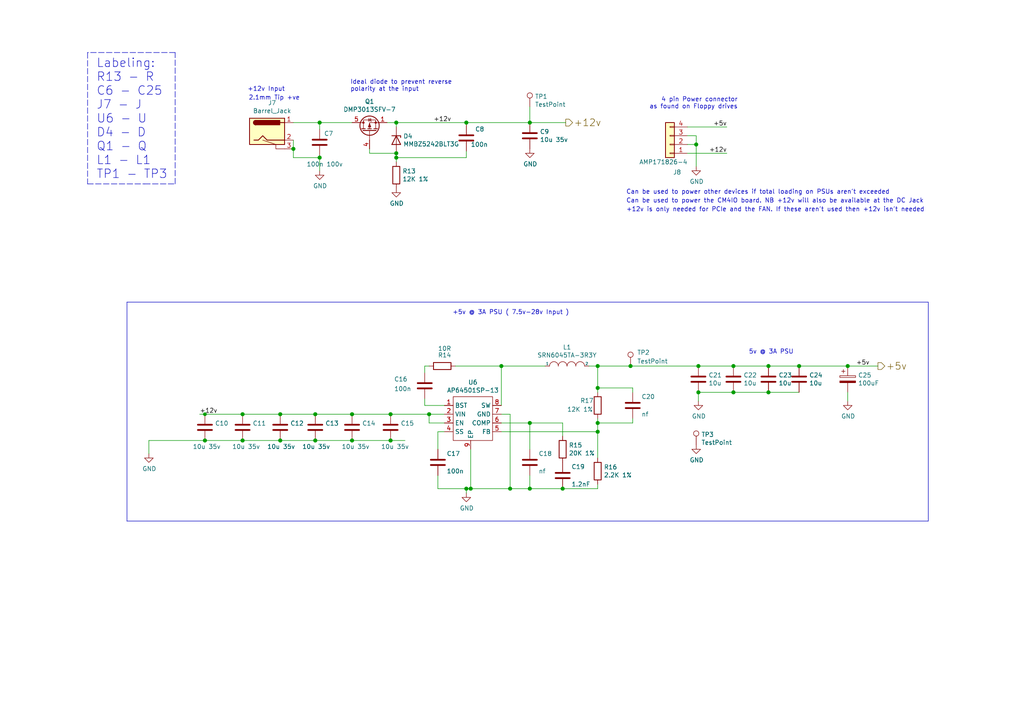
<source format=kicad_sch>
(kicad_sch (version 20210621) (generator eeschema)

  (uuid 98239946-9154-4568-b645-0a4300f9f17d)

  (paper "A4")

  (title_block
    (title "PSU")
    (date "2021-10-22")
    (rev "01")
    (company "Surveilia")
    (comment 1 "Author: Chase W. & Kaden T.")
  )

  (lib_symbols
    (symbol "CM4IO:AP64351" (in_bom yes) (on_board yes)
      (property "Reference" "U" (id 0) (at 0 8.89 0)
        (effects (font (size 1.27 1.27)))
      )
      (property "Value" "AP64351" (id 1) (at 1.27 6.35 0)
        (effects (font (size 1.27 1.27)))
      )
      (property "Footprint" "Package_SO:SOIC-8-1EP_3.9x4.9mm_P1.27mm_EP2.95x4.9mm_Mask2.71x3.4mm_ThermalVias" (id 2) (at 0 0 0)
        (effects (font (size 1.27 1.27)) hide)
      )
      (property "Datasheet" "" (id 3) (at 0 0 0)
        (effects (font (size 1.27 1.27)) hide)
      )
      (symbol "AP64351_0_1"
        (rectangle (start -5.08 5.08) (end 6.35 -7.62)
          (stroke (width 0)) (fill (type none))
        )
      )
      (symbol "AP64351_1_1"
        (pin passive line (at -7.62 2.54 0) (length 2.54)
          (name "BST" (effects (font (size 1.27 1.27))))
          (number "1" (effects (font (size 1.27 1.27))))
        )
        (pin power_in line (at -7.62 0 0) (length 2.54)
          (name "VIN" (effects (font (size 1.27 1.27))))
          (number "2" (effects (font (size 1.27 1.27))))
        )
        (pin input line (at -7.62 -2.54 0) (length 2.54)
          (name "EN" (effects (font (size 1.27 1.27))))
          (number "3" (effects (font (size 1.27 1.27))))
        )
        (pin input line (at -7.62 -5.08 0) (length 2.54)
          (name "SS" (effects (font (size 1.27 1.27))))
          (number "4" (effects (font (size 1.27 1.27))))
        )
        (pin input line (at 8.89 -5.08 180) (length 2.54)
          (name "FB" (effects (font (size 1.27 1.27))))
          (number "5" (effects (font (size 1.27 1.27))))
        )
        (pin input line (at 8.89 -2.54 180) (length 2.54)
          (name "COMP" (effects (font (size 1.27 1.27))))
          (number "6" (effects (font (size 1.27 1.27))))
        )
        (pin power_in line (at 8.89 0 180) (length 2.54)
          (name "GND" (effects (font (size 1.27 1.27))))
          (number "7" (effects (font (size 1.27 1.27))))
        )
        (pin output line (at 8.89 2.54 180) (length 2.54)
          (name "SW" (effects (font (size 1.27 1.27))))
          (number "8" (effects (font (size 1.27 1.27))))
        )
        (pin passive line (at 0 -10.16 90) (length 2.54)
          (name "EP" (effects (font (size 1.27 1.27))))
          (number "9" (effects (font (size 1.27 1.27))))
        )
      )
    )
    (symbol "CM4IO:Barrel_Jack" (in_bom yes) (on_board yes)
      (property "Reference" "J" (id 0) (at 0 5.334 0)
        (effects (font (size 1.27 1.27)))
      )
      (property "Value" "Barrel_Jack" (id 1) (at 0 -5.08 0)
        (effects (font (size 1.27 1.27)))
      )
      (property "Footprint" "" (id 2) (at 1.27 -1.016 0)
        (effects (font (size 1.27 1.27)) hide)
      )
      (property "Datasheet" "" (id 3) (at 1.27 -1.016 0)
        (effects (font (size 1.27 1.27)) hide)
      )
      (property "ki_fp_filters" "BarrelJack*" (id 4) (at 0 0 0)
        (effects (font (size 1.27 1.27)) hide)
      )
      (symbol "Barrel_Jack_0_1"
        (arc (start -3.302 3.175) (end -3.302 1.905) (radius (at -3.302 2.54) (length 0.635) (angles 90.1 -90.1))
          (stroke (width 0.254)) (fill (type none))
        )
        (arc (start -3.302 3.175) (end -3.302 1.905) (radius (at -3.302 2.54) (length 0.635) (angles 90.1 -90.1))
          (stroke (width 0.254)) (fill (type outline))
        )
        (rectangle (start 3.683 3.175) (end -3.302 1.905)
          (stroke (width 0.254)) (fill (type outline))
        )
        (rectangle (start -5.08 3.81) (end 5.08 -3.81)
          (stroke (width 0.254)) (fill (type background))
        )
        (polyline
          (pts
            (xy 5.08 2.54)
            (xy 3.81 2.54)
          )
          (stroke (width 0.254)) (fill (type none))
        )
        (polyline
          (pts
            (xy 5.08 -5.08)
            (xy 2.54 -5.08)
            (xy 2.54 -3.81)
            (xy -1.27 -2.54)
          )
          (stroke (width 0)) (fill (type none))
        )
        (polyline
          (pts
            (xy -3.81 -2.54)
            (xy -2.54 -2.54)
            (xy -1.27 -1.27)
            (xy 0 -2.54)
            (xy 2.54 -2.54)
            (xy 5.08 -2.54)
          )
          (stroke (width 0.254)) (fill (type none))
        )
      )
      (symbol "Barrel_Jack_1_1"
        (pin passive line (at 7.62 2.54 180) (length 2.54)
          (name "~" (effects (font (size 1.27 1.27))))
          (number "1" (effects (font (size 1.27 1.27))))
        )
        (pin passive line (at 7.62 -2.54 180) (length 2.54)
          (name "~" (effects (font (size 1.27 1.27))))
          (number "2" (effects (font (size 1.27 1.27))))
        )
        (pin passive line (at 7.62 -5.08 180) (length 2.54)
          (name "~" (effects (font (size 1.27 1.27))))
          (number "3" (effects (font (size 1.27 1.27))))
        )
      )
    )
    (symbol "Connector:TestPoint" (pin_numbers hide) (pin_names (offset 0.762) hide) (in_bom yes) (on_board yes)
      (property "Reference" "TP" (id 0) (at 0 6.858 0)
        (effects (font (size 1.27 1.27)))
      )
      (property "Value" "TestPoint" (id 1) (at 0 5.08 0)
        (effects (font (size 1.27 1.27)))
      )
      (property "Footprint" "" (id 2) (at 5.08 0 0)
        (effects (font (size 1.27 1.27)) hide)
      )
      (property "Datasheet" "~" (id 3) (at 5.08 0 0)
        (effects (font (size 1.27 1.27)) hide)
      )
      (property "ki_keywords" "test point tp" (id 4) (at 0 0 0)
        (effects (font (size 1.27 1.27)) hide)
      )
      (property "ki_description" "test point" (id 5) (at 0 0 0)
        (effects (font (size 1.27 1.27)) hide)
      )
      (property "ki_fp_filters" "Pin* Test*" (id 6) (at 0 0 0)
        (effects (font (size 1.27 1.27)) hide)
      )
      (symbol "TestPoint_0_1"
        (circle (center 0 3.302) (radius 0.762) (stroke (width 0)) (fill (type none)))
      )
      (symbol "TestPoint_1_1"
        (pin passive line (at 0 0 90) (length 2.54)
          (name "1" (effects (font (size 1.27 1.27))))
          (number "1" (effects (font (size 1.27 1.27))))
        )
      )
    )
    (symbol "Connector_Generic:Conn_01x04" (pin_names hide) (in_bom yes) (on_board yes)
      (property "Reference" "J" (id 0) (at 0 5.08 0)
        (effects (font (size 1.27 1.27)))
      )
      (property "Value" "Conn_01x04" (id 1) (at 0 -7.62 0)
        (effects (font (size 1.27 1.27)))
      )
      (property "Footprint" "" (id 2) (at 0 0 0)
        (effects (font (size 1.27 1.27)) hide)
      )
      (property "Datasheet" "~" (id 3) (at 0 0 0)
        (effects (font (size 1.27 1.27)) hide)
      )
      (property "ki_keywords" "connector" (id 4) (at 0 0 0)
        (effects (font (size 1.27 1.27)) hide)
      )
      (property "ki_description" "Generic connector, single row, 01x04, script generated (kicad-library-utils/schlib/autogen/connector/)" (id 5) (at 0 0 0)
        (effects (font (size 1.27 1.27)) hide)
      )
      (property "ki_fp_filters" "Connector*:*_1x??_*" (id 6) (at 0 0 0)
        (effects (font (size 1.27 1.27)) hide)
      )
      (symbol "Conn_01x04_1_1"
        (rectangle (start -1.27 -4.953) (end 0 -5.207)
          (stroke (width 0)) (fill (type none))
        )
        (rectangle (start -1.27 -2.413) (end 0 -2.667)
          (stroke (width 0)) (fill (type none))
        )
        (rectangle (start -1.27 0.127) (end 0 -0.127)
          (stroke (width 0)) (fill (type none))
        )
        (rectangle (start -1.27 2.667) (end 0 2.413)
          (stroke (width 0)) (fill (type none))
        )
        (rectangle (start -1.27 3.81) (end 1.27 -6.35)
          (stroke (width 0.254)) (fill (type background))
        )
        (pin passive line (at -5.08 2.54 0) (length 3.81)
          (name "Pin_1" (effects (font (size 1.27 1.27))))
          (number "1" (effects (font (size 1.27 1.27))))
        )
        (pin passive line (at -5.08 0 0) (length 3.81)
          (name "Pin_2" (effects (font (size 1.27 1.27))))
          (number "2" (effects (font (size 1.27 1.27))))
        )
        (pin passive line (at -5.08 -2.54 0) (length 3.81)
          (name "Pin_3" (effects (font (size 1.27 1.27))))
          (number "3" (effects (font (size 1.27 1.27))))
        )
        (pin passive line (at -5.08 -5.08 0) (length 3.81)
          (name "Pin_4" (effects (font (size 1.27 1.27))))
          (number "4" (effects (font (size 1.27 1.27))))
        )
      )
    )
    (symbol "Device:C" (pin_numbers hide) (pin_names (offset 0.254)) (in_bom yes) (on_board yes)
      (property "Reference" "C" (id 0) (at 0.635 2.54 0)
        (effects (font (size 1.27 1.27)) (justify left))
      )
      (property "Value" "C" (id 1) (at 0.635 -2.54 0)
        (effects (font (size 1.27 1.27)) (justify left))
      )
      (property "Footprint" "" (id 2) (at 0.9652 -3.81 0)
        (effects (font (size 1.27 1.27)) hide)
      )
      (property "Datasheet" "~" (id 3) (at 0 0 0)
        (effects (font (size 1.27 1.27)) hide)
      )
      (property "ki_keywords" "cap capacitor" (id 4) (at 0 0 0)
        (effects (font (size 1.27 1.27)) hide)
      )
      (property "ki_description" "Unpolarized capacitor" (id 5) (at 0 0 0)
        (effects (font (size 1.27 1.27)) hide)
      )
      (property "ki_fp_filters" "C_*" (id 6) (at 0 0 0)
        (effects (font (size 1.27 1.27)) hide)
      )
      (symbol "C_0_1"
        (polyline
          (pts
            (xy -2.032 -0.762)
            (xy 2.032 -0.762)
          )
          (stroke (width 0.508)) (fill (type none))
        )
        (polyline
          (pts
            (xy -2.032 0.762)
            (xy 2.032 0.762)
          )
          (stroke (width 0.508)) (fill (type none))
        )
      )
      (symbol "C_1_1"
        (pin passive line (at 0 3.81 270) (length 2.794)
          (name "~" (effects (font (size 1.27 1.27))))
          (number "1" (effects (font (size 1.27 1.27))))
        )
        (pin passive line (at 0 -3.81 90) (length 2.794)
          (name "~" (effects (font (size 1.27 1.27))))
          (number "2" (effects (font (size 1.27 1.27))))
        )
      )
    )
    (symbol "Device:CP" (pin_numbers hide) (pin_names (offset 0.254)) (in_bom yes) (on_board yes)
      (property "Reference" "C" (id 0) (at 0.635 2.54 0)
        (effects (font (size 1.27 1.27)) (justify left))
      )
      (property "Value" "CP" (id 1) (at 0.635 -2.54 0)
        (effects (font (size 1.27 1.27)) (justify left))
      )
      (property "Footprint" "" (id 2) (at 0.9652 -3.81 0)
        (effects (font (size 1.27 1.27)) hide)
      )
      (property "Datasheet" "~" (id 3) (at 0 0 0)
        (effects (font (size 1.27 1.27)) hide)
      )
      (property "ki_keywords" "cap capacitor" (id 4) (at 0 0 0)
        (effects (font (size 1.27 1.27)) hide)
      )
      (property "ki_description" "Polarized capacitor" (id 5) (at 0 0 0)
        (effects (font (size 1.27 1.27)) hide)
      )
      (property "ki_fp_filters" "CP_*" (id 6) (at 0 0 0)
        (effects (font (size 1.27 1.27)) hide)
      )
      (symbol "CP_0_1"
        (rectangle (start -2.286 0.508) (end 2.286 1.016)
          (stroke (width 0)) (fill (type none))
        )
        (rectangle (start 2.286 -0.508) (end -2.286 -1.016)
          (stroke (width 0)) (fill (type outline))
        )
        (polyline
          (pts
            (xy -1.778 2.286)
            (xy -0.762 2.286)
          )
          (stroke (width 0)) (fill (type none))
        )
        (polyline
          (pts
            (xy -1.27 2.794)
            (xy -1.27 1.778)
          )
          (stroke (width 0)) (fill (type none))
        )
      )
      (symbol "CP_1_1"
        (pin passive line (at 0 3.81 270) (length 2.794)
          (name "~" (effects (font (size 1.27 1.27))))
          (number "1" (effects (font (size 1.27 1.27))))
        )
        (pin passive line (at 0 -3.81 90) (length 2.794)
          (name "~" (effects (font (size 1.27 1.27))))
          (number "2" (effects (font (size 1.27 1.27))))
        )
      )
    )
    (symbol "Device:R" (pin_numbers hide) (pin_names (offset 0)) (in_bom yes) (on_board yes)
      (property "Reference" "R" (id 0) (at 2.032 0 90)
        (effects (font (size 1.27 1.27)))
      )
      (property "Value" "R" (id 1) (at 0 0 90)
        (effects (font (size 1.27 1.27)))
      )
      (property "Footprint" "" (id 2) (at -1.778 0 90)
        (effects (font (size 1.27 1.27)) hide)
      )
      (property "Datasheet" "~" (id 3) (at 0 0 0)
        (effects (font (size 1.27 1.27)) hide)
      )
      (property "ki_keywords" "R res resistor" (id 4) (at 0 0 0)
        (effects (font (size 1.27 1.27)) hide)
      )
      (property "ki_description" "Resistor" (id 5) (at 0 0 0)
        (effects (font (size 1.27 1.27)) hide)
      )
      (property "ki_fp_filters" "R_*" (id 6) (at 0 0 0)
        (effects (font (size 1.27 1.27)) hide)
      )
      (symbol "R_0_1"
        (rectangle (start -1.016 -2.54) (end 1.016 2.54)
          (stroke (width 0.254)) (fill (type none))
        )
      )
      (symbol "R_1_1"
        (pin passive line (at 0 3.81 270) (length 1.27)
          (name "~" (effects (font (size 1.27 1.27))))
          (number "1" (effects (font (size 1.27 1.27))))
        )
        (pin passive line (at 0 -3.81 90) (length 1.27)
          (name "~" (effects (font (size 1.27 1.27))))
          (number "2" (effects (font (size 1.27 1.27))))
        )
      )
    )
    (symbol "Diode:BZX84Cxx" (pin_numbers hide) (pin_names hide) (in_bom yes) (on_board yes)
      (property "Reference" "D" (id 0) (at 0 2.54 0)
        (effects (font (size 1.27 1.27)))
      )
      (property "Value" "BZX84Cxx" (id 1) (at 0 -2.54 0)
        (effects (font (size 1.27 1.27)))
      )
      (property "Footprint" "Diode_SMD:D_SOT-23_ANK" (id 2) (at 0 -4.445 0)
        (effects (font (size 1.27 1.27)) hide)
      )
      (property "Datasheet" "https://diotec.com/tl_files/diotec/files/pdf/datasheets/bzx84c2v4.pdf" (id 3) (at 0 0 0)
        (effects (font (size 1.27 1.27)) hide)
      )
      (property "ki_keywords" "zener diode" (id 4) (at 0 0 0)
        (effects (font (size 1.27 1.27)) hide)
      )
      (property "ki_description" "300mW Zener Diode, SOT-23" (id 5) (at 0 0 0)
        (effects (font (size 1.27 1.27)) hide)
      )
      (property "ki_fp_filters" "D*SOT?23*ANK*" (id 6) (at 0 0 0)
        (effects (font (size 1.27 1.27)) hide)
      )
      (symbol "BZX84Cxx_0_1"
        (polyline
          (pts
            (xy 1.27 0)
            (xy -1.27 0)
          )
          (stroke (width 0)) (fill (type none))
        )
        (polyline
          (pts
            (xy -1.27 -1.27)
            (xy -1.27 1.27)
            (xy -0.762 1.27)
          )
          (stroke (width 0.254)) (fill (type none))
        )
        (polyline
          (pts
            (xy 1.27 -1.27)
            (xy 1.27 1.27)
            (xy -1.27 0)
            (xy 1.27 -1.27)
          )
          (stroke (width 0.254)) (fill (type none))
        )
      )
      (symbol "BZX84Cxx_1_1"
        (pin passive line (at -3.81 0 0) (length 2.54)
          (name "K" (effects (font (size 1.27 1.27))))
          (number "1" (effects (font (size 1.27 1.27))))
        )
        (pin passive line (at 3.81 0 180) (length 2.54)
          (name "A" (effects (font (size 1.27 1.27))))
          (number "2" (effects (font (size 1.27 1.27))))
        )
      )
    )
    (symbol "Transistor_FET:DMP3013SFV" (pin_names hide) (in_bom yes) (on_board yes)
      (property "Reference" "Q" (id 0) (at 5.08 1.905 0)
        (effects (font (size 1.27 1.27)) (justify left))
      )
      (property "Value" "DMP3013SFV" (id 1) (at 5.08 0 0)
        (effects (font (size 1.27 1.27)) (justify left))
      )
      (property "Footprint" "Package_SON:Diodes_PowerDI3333-8" (id 2) (at 5.08 -1.905 0)
        (effects (font (size 1.27 1.27) italic) (justify left) hide)
      )
      (property "Datasheet" "https://www.diodes.com/assets/Datasheets/DMP3013SFV.pdf" (id 3) (at 0 0 90)
        (effects (font (size 1.27 1.27)) (justify left) hide)
      )
      (property "ki_keywords" "P-Channel MOSFET" (id 4) (at 0 0 0)
        (effects (font (size 1.27 1.27)) hide)
      )
      (property "ki_description" "-12A Id, -30V Vds, P-Channel Power MOSFET, 9.5mOhm Ron, 33.7nC Qg (typ), PowerDI3333-8" (id 5) (at 0 0 0)
        (effects (font (size 1.27 1.27)) hide)
      )
      (property "ki_fp_filters" "Diodes*PowerDI3333*" (id 6) (at 0 0 0)
        (effects (font (size 1.27 1.27)) hide)
      )
      (symbol "DMP3013SFV_0_1"
        (circle (center 1.651 0) (radius 2.794) (stroke (width 0.254)) (fill (type none)))
        (circle (center 2.54 -1.778) (radius 0.254) (stroke (width 0)) (fill (type outline)))
        (circle (center 2.54 1.778) (radius 0.254) (stroke (width 0)) (fill (type outline)))
        (polyline
          (pts
            (xy 0.254 0)
            (xy -2.54 0)
          )
          (stroke (width 0)) (fill (type none))
        )
        (polyline
          (pts
            (xy 0.254 1.905)
            (xy 0.254 -1.905)
          )
          (stroke (width 0.254)) (fill (type none))
        )
        (polyline
          (pts
            (xy 0.762 -1.27)
            (xy 0.762 -2.286)
          )
          (stroke (width 0.254)) (fill (type none))
        )
        (polyline
          (pts
            (xy 0.762 0.508)
            (xy 0.762 -0.508)
          )
          (stroke (width 0.254)) (fill (type none))
        )
        (polyline
          (pts
            (xy 0.762 2.286)
            (xy 0.762 1.27)
          )
          (stroke (width 0.254)) (fill (type none))
        )
        (polyline
          (pts
            (xy 2.54 2.54)
            (xy 2.54 1.778)
          )
          (stroke (width 0)) (fill (type none))
        )
        (polyline
          (pts
            (xy 2.54 -2.54)
            (xy 2.54 0)
            (xy 0.762 0)
          )
          (stroke (width 0)) (fill (type none))
        )
        (polyline
          (pts
            (xy 0.762 1.778)
            (xy 3.302 1.778)
            (xy 3.302 -1.778)
            (xy 0.762 -1.778)
          )
          (stroke (width 0)) (fill (type none))
        )
        (polyline
          (pts
            (xy 2.794 -0.508)
            (xy 2.921 -0.381)
            (xy 3.683 -0.381)
            (xy 3.81 -0.254)
          )
          (stroke (width 0)) (fill (type none))
        )
        (polyline
          (pts
            (xy 3.302 -0.381)
            (xy 2.921 0.254)
            (xy 3.683 0.254)
            (xy 3.302 -0.381)
          )
          (stroke (width 0)) (fill (type none))
        )
        (polyline
          (pts
            (xy 2.286 0)
            (xy 1.27 0.381)
            (xy 1.27 -0.381)
            (xy 2.286 0)
          )
          (stroke (width 0)) (fill (type outline))
        )
      )
      (symbol "DMP3013SFV_1_1"
        (pin passive line (at 2.54 -5.08 90) (length 2.54)
          (name "S" (effects (font (size 1.27 1.27))))
          (number "1" (effects (font (size 1.27 1.27))))
        )
        (pin passive line (at 2.54 -5.08 90) (length 2.54) hide
          (name "S" (effects (font (size 1.27 1.27))))
          (number "2" (effects (font (size 1.27 1.27))))
        )
        (pin passive line (at 2.54 -5.08 90) (length 2.54) hide
          (name "S" (effects (font (size 1.27 1.27))))
          (number "3" (effects (font (size 1.27 1.27))))
        )
        (pin passive line (at -5.08 0 0) (length 2.54)
          (name "G" (effects (font (size 1.27 1.27))))
          (number "4" (effects (font (size 1.27 1.27))))
        )
        (pin passive line (at 2.54 5.08 270) (length 2.54)
          (name "D" (effects (font (size 1.27 1.27))))
          (number "5" (effects (font (size 1.27 1.27))))
        )
      )
    )
    (symbol "power:GND" (power) (pin_names (offset 0)) (in_bom yes) (on_board yes)
      (property "Reference" "#PWR" (id 0) (at 0 -6.35 0)
        (effects (font (size 1.27 1.27)) hide)
      )
      (property "Value" "GND" (id 1) (at 0 -3.81 0)
        (effects (font (size 1.27 1.27)))
      )
      (property "Footprint" "" (id 2) (at 0 0 0)
        (effects (font (size 1.27 1.27)) hide)
      )
      (property "Datasheet" "" (id 3) (at 0 0 0)
        (effects (font (size 1.27 1.27)) hide)
      )
      (property "ki_keywords" "power-flag" (id 4) (at 0 0 0)
        (effects (font (size 1.27 1.27)) hide)
      )
      (property "ki_description" "Power symbol creates a global label with name \"GND\" , ground" (id 5) (at 0 0 0)
        (effects (font (size 1.27 1.27)) hide)
      )
      (symbol "GND_0_1"
        (polyline
          (pts
            (xy 0 0)
            (xy 0 -1.27)
            (xy 1.27 -1.27)
            (xy 0 -2.54)
            (xy -1.27 -1.27)
            (xy 0 -1.27)
          )
          (stroke (width 0)) (fill (type none))
        )
      )
      (symbol "GND_1_1"
        (pin power_in line (at 0 0 270) (length 0) hide
          (name "GND" (effects (font (size 1.27 1.27))))
          (number "1" (effects (font (size 1.27 1.27))))
        )
      )
    )
    (symbol "pspice:INDUCTOR" (pin_numbers hide) (pin_names (offset 0)) (in_bom yes) (on_board yes)
      (property "Reference" "L" (id 0) (at 0 2.54 0)
        (effects (font (size 1.27 1.27)))
      )
      (property "Value" "INDUCTOR" (id 1) (at 0 -1.27 0)
        (effects (font (size 1.27 1.27)))
      )
      (property "Footprint" "" (id 2) (at 0 0 0)
        (effects (font (size 1.27 1.27)) hide)
      )
      (property "Datasheet" "~" (id 3) (at 0 0 0)
        (effects (font (size 1.27 1.27)) hide)
      )
      (property "ki_keywords" "simulation" (id 4) (at 0 0 0)
        (effects (font (size 1.27 1.27)) hide)
      )
      (property "ki_description" "Inductor symbol for simulation only" (id 5) (at 0 0 0)
        (effects (font (size 1.27 1.27)) hide)
      )
      (symbol "INDUCTOR_0_1"
        (arc (start -2.54 0) (end -5.08 0) (radius (at -3.81 0) (length 1.27) (angles 0.1 179.9))
          (stroke (width 0)) (fill (type none))
        )
        (arc (start 0 0) (end -2.54 0) (radius (at -1.27 0) (length 1.27) (angles 0.1 179.9))
          (stroke (width 0)) (fill (type none))
        )
        (arc (start 2.54 0) (end 0 0) (radius (at 1.27 0) (length 1.27) (angles 0.1 179.9))
          (stroke (width 0)) (fill (type none))
        )
        (arc (start 5.08 0) (end 2.54 0) (radius (at 3.81 0) (length 1.27) (angles 0.1 179.9))
          (stroke (width 0)) (fill (type none))
        )
      )
      (symbol "INDUCTOR_1_1"
        (pin input line (at -6.35 0 0) (length 1.27)
          (name "1" (effects (font (size 0.762 0.762))))
          (number "1" (effects (font (size 0.762 0.762))))
        )
        (pin input line (at 6.35 0 180) (length 1.27)
          (name "2" (effects (font (size 0.762 0.762))))
          (number "2" (effects (font (size 0.762 0.762))))
        )
      )
    )
  )

  (junction (at 59.436 120.142) (diameter 0) (color 0 0 0 0))
  (junction (at 59.436 127.762) (diameter 1.016) (color 0 0 0 0))
  (junction (at 70.358 120.142) (diameter 1.016) (color 0 0 0 0))
  (junction (at 70.358 127.762) (diameter 1.016) (color 0 0 0 0))
  (junction (at 81.28 120.142) (diameter 1.016) (color 0 0 0 0))
  (junction (at 81.28 127.762) (diameter 1.016) (color 0 0 0 0))
  (junction (at 85.09 43.18) (diameter 1.016) (color 0 0 0 0))
  (junction (at 91.44 120.142) (diameter 1.016) (color 0 0 0 0))
  (junction (at 91.44 127.762) (diameter 1.016) (color 0 0 0 0))
  (junction (at 92.71 35.56) (diameter 1.016) (color 0 0 0 0))
  (junction (at 92.71 45.72) (diameter 1.016) (color 0 0 0 0))
  (junction (at 102.108 120.142) (diameter 1.016) (color 0 0 0 0))
  (junction (at 102.108 127.762) (diameter 1.016) (color 0 0 0 0))
  (junction (at 113.284 120.142) (diameter 1.016) (color 0 0 0 0))
  (junction (at 113.284 127.762) (diameter 1.016) (color 0 0 0 0))
  (junction (at 114.935 35.56) (diameter 1.016) (color 0 0 0 0))
  (junction (at 114.935 44.45) (diameter 1.016) (color 0 0 0 0))
  (junction (at 114.935 45.72) (diameter 1.016) (color 0 0 0 0))
  (junction (at 124.46 120.142) (diameter 1.016) (color 0 0 0 0))
  (junction (at 135.255 35.56) (diameter 1.016) (color 0 0 0 0))
  (junction (at 135.255 141.732) (diameter 1.016) (color 0 0 0 0))
  (junction (at 136.525 141.732) (diameter 1.016) (color 0 0 0 0))
  (junction (at 145.415 106.172) (diameter 1.016) (color 0 0 0 0))
  (junction (at 147.955 141.732) (diameter 1.016) (color 0 0 0 0))
  (junction (at 153.67 35.56) (diameter 1.016) (color 0 0 0 0))
  (junction (at 153.67 122.682) (diameter 1.016) (color 0 0 0 0))
  (junction (at 153.67 141.732) (diameter 1.016) (color 0 0 0 0))
  (junction (at 163.195 141.732) (diameter 1.016) (color 0 0 0 0))
  (junction (at 173.355 106.172) (diameter 1.016) (color 0 0 0 0))
  (junction (at 173.355 112.522) (diameter 1.016) (color 0 0 0 0))
  (junction (at 173.355 122.682) (diameter 1.016) (color 0 0 0 0))
  (junction (at 173.355 125.222) (diameter 1.016) (color 0 0 0 0))
  (junction (at 182.88 106.172) (diameter 1.016) (color 0 0 0 0))
  (junction (at 201.93 41.91) (diameter 1.016) (color 0 0 0 0))
  (junction (at 202.565 106.172) (diameter 1.016) (color 0 0 0 0))
  (junction (at 202.565 113.792) (diameter 1.016) (color 0 0 0 0))
  (junction (at 212.725 106.172) (diameter 1.016) (color 0 0 0 0))
  (junction (at 212.725 113.792) (diameter 1.016) (color 0 0 0 0))
  (junction (at 222.885 106.172) (diameter 1.016) (color 0 0 0 0))
  (junction (at 222.885 113.792) (diameter 1.016) (color 0 0 0 0))
  (junction (at 231.775 106.172) (diameter 1.016) (color 0 0 0 0))
  (junction (at 245.872 106.172) (diameter 1.016) (color 0 0 0 0))

  (wire (pts (xy 43.18 127.762) (xy 43.18 131.572))
    (stroke (width 0) (type solid) (color 0 0 0 0))
    (uuid 24474073-7900-49e1-9b28-577b5a4699f4)
  )
  (wire (pts (xy 43.18 127.762) (xy 59.436 127.762))
    (stroke (width 0) (type solid) (color 0 0 0 0))
    (uuid 66f8e288-a03b-47a0-aecd-1f42d9067d5b)
  )
  (wire (pts (xy 57.912 120.142) (xy 59.436 120.142))
    (stroke (width 0) (type default) (color 0 0 0 0))
    (uuid 3f226776-edf4-4e27-99ee-6c77b31d9d16)
  )
  (wire (pts (xy 59.436 120.142) (xy 70.358 120.142))
    (stroke (width 0) (type solid) (color 0 0 0 0))
    (uuid 30d78b25-0850-4769-a353-b7be8051c1f6)
  )
  (wire (pts (xy 59.436 127.762) (xy 70.358 127.762))
    (stroke (width 0) (type solid) (color 0 0 0 0))
    (uuid 19888355-3633-48e5-8539-7baa875e2802)
  )
  (wire (pts (xy 70.358 120.142) (xy 81.28 120.142))
    (stroke (width 0) (type solid) (color 0 0 0 0))
    (uuid 235a5812-4ea2-40f6-a32b-979ce03fb219)
  )
  (wire (pts (xy 70.358 127.762) (xy 81.28 127.762))
    (stroke (width 0) (type solid) (color 0 0 0 0))
    (uuid 0c989f1f-d976-4d6b-8767-4d27c62388f6)
  )
  (wire (pts (xy 81.28 120.142) (xy 91.44 120.142))
    (stroke (width 0) (type solid) (color 0 0 0 0))
    (uuid 507475a0-af98-44ae-a0a7-c94027af099f)
  )
  (wire (pts (xy 81.28 127.762) (xy 91.44 127.762))
    (stroke (width 0) (type solid) (color 0 0 0 0))
    (uuid a79db7a3-ca53-4ecc-bc8d-f586787d6f06)
  )
  (wire (pts (xy 85.09 35.56) (xy 92.71 35.56))
    (stroke (width 0) (type solid) (color 0 0 0 0))
    (uuid 94a1f74c-135d-4fb4-b776-fff8fb4d2ba7)
  )
  (wire (pts (xy 85.09 43.18) (xy 85.09 40.64))
    (stroke (width 0) (type solid) (color 0 0 0 0))
    (uuid 29fb403c-c165-4321-8830-013d27844a23)
  )
  (wire (pts (xy 85.09 45.72) (xy 85.09 43.18))
    (stroke (width 0) (type solid) (color 0 0 0 0))
    (uuid 2198e1fe-faab-4d1e-b92e-8e5d1bca66bc)
  )
  (wire (pts (xy 85.09 45.72) (xy 92.71 45.72))
    (stroke (width 0) (type solid) (color 0 0 0 0))
    (uuid 1f902ebd-c793-469d-9297-fa7beda1e820)
  )
  (wire (pts (xy 91.44 120.142) (xy 102.108 120.142))
    (stroke (width 0) (type solid) (color 0 0 0 0))
    (uuid 80e2bab8-50b5-4d65-8229-b3546de0a036)
  )
  (wire (pts (xy 91.44 127.762) (xy 102.108 127.762))
    (stroke (width 0) (type solid) (color 0 0 0 0))
    (uuid 2dfbcc43-315e-4d84-9c74-bfe5b6a3e94c)
  )
  (wire (pts (xy 92.71 35.56) (xy 92.71 37.465))
    (stroke (width 0) (type solid) (color 0 0 0 0))
    (uuid 177db023-7c1e-4a5a-ac65-335cf5baab1e)
  )
  (wire (pts (xy 92.71 35.56) (xy 102.108 35.56))
    (stroke (width 0) (type solid) (color 0 0 0 0))
    (uuid f21d0373-57f9-4a3f-b9be-6ba5530058a9)
  )
  (wire (pts (xy 92.71 45.085) (xy 92.71 45.72))
    (stroke (width 0) (type solid) (color 0 0 0 0))
    (uuid ddf42953-2eb2-4c68-ae4c-422281684f89)
  )
  (wire (pts (xy 92.71 45.72) (xy 92.71 49.53))
    (stroke (width 0) (type solid) (color 0 0 0 0))
    (uuid c34bd922-8aeb-4ac5-9d5a-e3393332ae15)
  )
  (wire (pts (xy 102.108 120.142) (xy 113.284 120.142))
    (stroke (width 0) (type solid) (color 0 0 0 0))
    (uuid 8ad8e1f5-6503-4af4-8eaf-c603a1f3a26b)
  )
  (wire (pts (xy 102.108 127.762) (xy 113.284 127.762))
    (stroke (width 0) (type solid) (color 0 0 0 0))
    (uuid becd1186-0c18-4cae-8228-75c0294c103e)
  )
  (wire (pts (xy 107.188 43.18) (xy 107.188 44.45))
    (stroke (width 0) (type solid) (color 0 0 0 0))
    (uuid 007d7c8d-ea5b-44c5-9183-28559db7db1a)
  )
  (wire (pts (xy 107.188 44.45) (xy 114.935 44.45))
    (stroke (width 0) (type solid) (color 0 0 0 0))
    (uuid 3a495f76-f5cc-4020-bc87-7a2e43a0e027)
  )
  (wire (pts (xy 112.268 35.56) (xy 114.935 35.56))
    (stroke (width 0) (type solid) (color 0 0 0 0))
    (uuid bd0cf134-fe8a-422d-bba2-0967090d36aa)
  )
  (wire (pts (xy 113.284 120.142) (xy 124.46 120.142))
    (stroke (width 0) (type solid) (color 0 0 0 0))
    (uuid 4b701e6b-f02a-4a1a-9b8b-7f860bdd9c7b)
  )
  (wire (pts (xy 113.284 127.762) (xy 117.475 127.762))
    (stroke (width 0) (type solid) (color 0 0 0 0))
    (uuid 99c54ee3-47a8-4ddf-848d-84e62b2fd3bd)
  )
  (wire (pts (xy 114.935 35.56) (xy 114.935 36.83))
    (stroke (width 0) (type solid) (color 0 0 0 0))
    (uuid c29c807b-7549-4f0a-ab07-39fea1854ca8)
  )
  (wire (pts (xy 114.935 35.56) (xy 135.255 35.56))
    (stroke (width 0) (type solid) (color 0 0 0 0))
    (uuid 1b8cda35-469f-4a77-9143-968bcc588ff6)
  )
  (wire (pts (xy 114.935 44.45) (xy 114.935 45.72))
    (stroke (width 0) (type solid) (color 0 0 0 0))
    (uuid 18b66ab5-eb22-4b7c-9e27-222cb7ac5e23)
  )
  (wire (pts (xy 114.935 45.72) (xy 114.935 46.99))
    (stroke (width 0) (type solid) (color 0 0 0 0))
    (uuid c6b4e9f2-b850-4cd3-ab9c-2268b995de98)
  )
  (wire (pts (xy 114.935 45.72) (xy 135.255 45.72))
    (stroke (width 0) (type solid) (color 0 0 0 0))
    (uuid 27473b5d-6a72-4aa9-b9eb-130ccec90fae)
  )
  (wire (pts (xy 123.19 106.172) (xy 124.46 106.172))
    (stroke (width 0) (type solid) (color 0 0 0 0))
    (uuid adcb9977-bf00-40bb-8e59-657044d15646)
  )
  (wire (pts (xy 123.19 108.077) (xy 123.19 106.172))
    (stroke (width 0) (type solid) (color 0 0 0 0))
    (uuid 8b38a265-6f5d-4050-9f4c-1e138e09a2f1)
  )
  (wire (pts (xy 123.19 115.697) (xy 123.19 117.602))
    (stroke (width 0) (type solid) (color 0 0 0 0))
    (uuid 22bae51b-4f77-4c4f-82b0-a1226759d753)
  )
  (wire (pts (xy 123.19 117.602) (xy 128.905 117.602))
    (stroke (width 0) (type solid) (color 0 0 0 0))
    (uuid 5b1b6d0a-0b09-4818-b741-d924ad4bac77)
  )
  (wire (pts (xy 124.46 120.142) (xy 124.46 122.682))
    (stroke (width 0) (type solid) (color 0 0 0 0))
    (uuid 696aa0a5-3ca2-4090-9759-d8da636554b9)
  )
  (wire (pts (xy 124.46 120.142) (xy 128.905 120.142))
    (stroke (width 0) (type solid) (color 0 0 0 0))
    (uuid 91c9d13e-dbd1-482d-8029-ffbe13a9b7fa)
  )
  (wire (pts (xy 124.46 122.682) (xy 128.905 122.682))
    (stroke (width 0) (type solid) (color 0 0 0 0))
    (uuid 29967eaa-1825-47bf-89c2-87311baecfd8)
  )
  (wire (pts (xy 127 125.222) (xy 127 130.302))
    (stroke (width 0) (type solid) (color 0 0 0 0))
    (uuid 682eacdd-6841-468a-a057-ee055ef4aede)
  )
  (wire (pts (xy 127 137.922) (xy 127 141.732))
    (stroke (width 0) (type solid) (color 0 0 0 0))
    (uuid 470fae0c-16d3-4b93-9558-46bff20b9e5b)
  )
  (wire (pts (xy 127 141.732) (xy 135.255 141.732))
    (stroke (width 0) (type solid) (color 0 0 0 0))
    (uuid 39e3a526-cf3e-4876-8757-3db4959f45e9)
  )
  (wire (pts (xy 128.905 125.222) (xy 127 125.222))
    (stroke (width 0) (type solid) (color 0 0 0 0))
    (uuid 71ccd271-387d-40ed-b275-6c1e85c19dd1)
  )
  (wire (pts (xy 132.08 106.172) (xy 145.415 106.172))
    (stroke (width 0) (type solid) (color 0 0 0 0))
    (uuid ea78e1e6-dfb8-4f3b-a36c-74b084abc19e)
  )
  (wire (pts (xy 135.255 35.56) (xy 135.255 36.195))
    (stroke (width 0) (type solid) (color 0 0 0 0))
    (uuid 23abb5af-f92e-4b91-86ce-dab526b77808)
  )
  (wire (pts (xy 135.255 35.56) (xy 153.67 35.56))
    (stroke (width 0) (type solid) (color 0 0 0 0))
    (uuid 8bdf4c1b-8bd1-436f-b493-c0200b283b1c)
  )
  (wire (pts (xy 135.255 45.72) (xy 135.255 43.815))
    (stroke (width 0) (type solid) (color 0 0 0 0))
    (uuid a47c72b6-a2ee-4f5a-b026-80a9c086ed74)
  )
  (wire (pts (xy 135.255 141.732) (xy 136.525 141.732))
    (stroke (width 0) (type solid) (color 0 0 0 0))
    (uuid 8556f4d1-2421-49ce-b25f-e067151413e1)
  )
  (wire (pts (xy 135.255 143.002) (xy 135.255 141.732))
    (stroke (width 0) (type solid) (color 0 0 0 0))
    (uuid 9945b58c-2c24-40c4-a398-a9cf3da520e7)
  )
  (wire (pts (xy 136.525 130.302) (xy 136.525 141.732))
    (stroke (width 0) (type solid) (color 0 0 0 0))
    (uuid da0fd576-6f69-4ad3-947e-b31acc42eb87)
  )
  (wire (pts (xy 136.525 141.732) (xy 147.955 141.732))
    (stroke (width 0) (type solid) (color 0 0 0 0))
    (uuid 7e6d51b1-2727-4af0-acb0-ee29be900e6a)
  )
  (wire (pts (xy 145.415 106.172) (xy 145.415 117.602))
    (stroke (width 0) (type solid) (color 0 0 0 0))
    (uuid 7d92ff55-28c4-4ba3-9fbc-3aaa73416826)
  )
  (wire (pts (xy 145.415 106.172) (xy 158.115 106.172))
    (stroke (width 0) (type solid) (color 0 0 0 0))
    (uuid 05b87a96-9b5c-4e5a-a650-54b61220c7d5)
  )
  (wire (pts (xy 145.415 120.142) (xy 147.955 120.142))
    (stroke (width 0) (type solid) (color 0 0 0 0))
    (uuid 8bcc9dae-939a-4a77-a8f3-0de717cf281b)
  )
  (wire (pts (xy 145.415 122.682) (xy 153.67 122.682))
    (stroke (width 0) (type solid) (color 0 0 0 0))
    (uuid 50b3ad84-6388-4f06-b900-02715a274ee6)
  )
  (wire (pts (xy 145.415 125.222) (xy 173.355 125.222))
    (stroke (width 0) (type solid) (color 0 0 0 0))
    (uuid 2343d470-1989-45f6-97d3-f4996d362834)
  )
  (wire (pts (xy 147.955 120.142) (xy 147.955 141.732))
    (stroke (width 0) (type solid) (color 0 0 0 0))
    (uuid ae4caaf9-4df6-473c-b52e-4860aecf12fd)
  )
  (wire (pts (xy 147.955 141.732) (xy 153.67 141.732))
    (stroke (width 0) (type solid) (color 0 0 0 0))
    (uuid d1fb9cfb-8ba0-4d20-a297-1b41d22fcebc)
  )
  (wire (pts (xy 153.67 30.988) (xy 153.67 35.56))
    (stroke (width 0) (type solid) (color 0 0 0 0))
    (uuid 404fdef1-99bb-46fc-8248-2b9241e6abc9)
  )
  (wire (pts (xy 153.67 35.56) (xy 164.084 35.56))
    (stroke (width 0) (type solid) (color 0 0 0 0))
    (uuid 218a83fe-aee0-441a-befe-843bf6b0de46)
  )
  (wire (pts (xy 153.67 122.682) (xy 153.67 130.302))
    (stroke (width 0) (type solid) (color 0 0 0 0))
    (uuid abe416b9-3881-4af2-9e40-ee3c9b3ba3c1)
  )
  (wire (pts (xy 153.67 122.682) (xy 163.195 122.682))
    (stroke (width 0) (type solid) (color 0 0 0 0))
    (uuid f428bdc4-e2ad-4a5d-8903-f935de664525)
  )
  (wire (pts (xy 153.67 137.922) (xy 153.67 141.732))
    (stroke (width 0) (type solid) (color 0 0 0 0))
    (uuid fbe3f2e6-8f8d-42e1-9e95-92ec87451aa1)
  )
  (wire (pts (xy 153.67 141.732) (xy 163.195 141.732))
    (stroke (width 0) (type solid) (color 0 0 0 0))
    (uuid c346b1c3-a308-4b8b-b1b0-d6a3b8d07f26)
  )
  (wire (pts (xy 163.195 126.492) (xy 163.195 122.682))
    (stroke (width 0) (type solid) (color 0 0 0 0))
    (uuid 5d0aab2b-d64d-4e7b-9804-0bbb1e6d489b)
  )
  (wire (pts (xy 163.195 141.732) (xy 173.355 141.732))
    (stroke (width 0) (type solid) (color 0 0 0 0))
    (uuid 06b2f39c-3d6e-4bf2-abea-35c4dc31f15f)
  )
  (wire (pts (xy 170.815 106.172) (xy 173.355 106.172))
    (stroke (width 0) (type solid) (color 0 0 0 0))
    (uuid 24aed989-712d-47a4-8e53-039312a30274)
  )
  (wire (pts (xy 173.355 106.172) (xy 173.355 112.522))
    (stroke (width 0) (type solid) (color 0 0 0 0))
    (uuid 52aa0963-4351-44e3-960e-70369979c26b)
  )
  (wire (pts (xy 173.355 106.172) (xy 182.88 106.172))
    (stroke (width 0) (type solid) (color 0 0 0 0))
    (uuid 62cb985b-f379-4e64-9121-ca676f265329)
  )
  (wire (pts (xy 173.355 112.522) (xy 173.355 113.792))
    (stroke (width 0) (type solid) (color 0 0 0 0))
    (uuid fc92b4ae-211f-49aa-95c8-46484bee6830)
  )
  (wire (pts (xy 173.355 112.522) (xy 183.515 112.522))
    (stroke (width 0) (type solid) (color 0 0 0 0))
    (uuid e1ca5e91-73f7-479c-bf42-4b41320882bc)
  )
  (wire (pts (xy 173.355 121.412) (xy 173.355 122.682))
    (stroke (width 0) (type solid) (color 0 0 0 0))
    (uuid cd41b4e5-d289-49dd-be1a-da626ea303a9)
  )
  (wire (pts (xy 173.355 122.682) (xy 173.355 125.222))
    (stroke (width 0) (type solid) (color 0 0 0 0))
    (uuid 70cb940a-088e-4300-b0bb-2a64f2941ffb)
  )
  (wire (pts (xy 173.355 122.682) (xy 183.515 122.682))
    (stroke (width 0) (type solid) (color 0 0 0 0))
    (uuid 9f5ab9f4-4546-4bc7-820b-db80273bbd35)
  )
  (wire (pts (xy 173.355 125.222) (xy 173.355 132.842))
    (stroke (width 0) (type solid) (color 0 0 0 0))
    (uuid aeca4288-c5a9-4dd4-ad4b-60b2aa345882)
  )
  (wire (pts (xy 173.355 141.732) (xy 173.355 140.462))
    (stroke (width 0) (type solid) (color 0 0 0 0))
    (uuid bd178ee5-0a42-48eb-afdf-4b90c2e420a4)
  )
  (wire (pts (xy 182.88 106.172) (xy 202.565 106.172))
    (stroke (width 0) (type solid) (color 0 0 0 0))
    (uuid 569ec7a8-21ea-4adb-806d-a225bfb51f4f)
  )
  (wire (pts (xy 183.515 112.522) (xy 183.515 113.792))
    (stroke (width 0) (type solid) (color 0 0 0 0))
    (uuid ba2f98ef-b4f8-4ed5-a9fa-a40793643b2d)
  )
  (wire (pts (xy 183.515 122.682) (xy 183.515 121.412))
    (stroke (width 0) (type solid) (color 0 0 0 0))
    (uuid d738ffa4-b469-4d9c-b0a8-bc18d9e4b28c)
  )
  (wire (pts (xy 199.39 36.83) (xy 210.82 36.83))
    (stroke (width 0) (type solid) (color 0 0 0 0))
    (uuid de2e63b1-d0f3-4d8c-ab86-215323d7734f)
  )
  (wire (pts (xy 199.39 39.37) (xy 201.93 39.37))
    (stroke (width 0) (type solid) (color 0 0 0 0))
    (uuid 2bec6a22-793c-4a32-88cc-b824acb39a49)
  )
  (wire (pts (xy 199.39 41.91) (xy 201.93 41.91))
    (stroke (width 0) (type solid) (color 0 0 0 0))
    (uuid 38c43c8d-ad95-4232-bc39-6654fbec66d3)
  )
  (wire (pts (xy 199.39 44.45) (xy 210.82 44.45))
    (stroke (width 0) (type solid) (color 0 0 0 0))
    (uuid 5e409318-6960-4ca5-9fe5-d83067257897)
  )
  (wire (pts (xy 201.93 39.37) (xy 201.93 41.91))
    (stroke (width 0) (type solid) (color 0 0 0 0))
    (uuid aba03ab1-64e3-43a7-91db-8351ad8bfa5d)
  )
  (wire (pts (xy 201.93 41.91) (xy 201.93 48.26))
    (stroke (width 0) (type solid) (color 0 0 0 0))
    (uuid 0337b6e2-f50f-4d06-9af2-487ff18720a1)
  )
  (wire (pts (xy 202.565 106.172) (xy 212.725 106.172))
    (stroke (width 0) (type solid) (color 0 0 0 0))
    (uuid 4cc934a5-4511-4c8d-a18b-a14845c9a2f1)
  )
  (wire (pts (xy 202.565 113.792) (xy 202.565 116.332))
    (stroke (width 0) (type solid) (color 0 0 0 0))
    (uuid dba7e697-69b4-4c40-8c60-5a02ec781bd4)
  )
  (wire (pts (xy 212.725 106.172) (xy 222.885 106.172))
    (stroke (width 0) (type solid) (color 0 0 0 0))
    (uuid 2b1e3473-de1b-4626-bdab-e4865ed43ff5)
  )
  (wire (pts (xy 212.725 113.792) (xy 202.565 113.792))
    (stroke (width 0) (type solid) (color 0 0 0 0))
    (uuid 28d2c9ec-76f4-487e-9977-93087ed908c5)
  )
  (wire (pts (xy 222.885 106.172) (xy 231.775 106.172))
    (stroke (width 0) (type solid) (color 0 0 0 0))
    (uuid 3196ffbc-2a44-4a1c-bd1f-d94c96884c2f)
  )
  (wire (pts (xy 222.885 113.792) (xy 212.725 113.792))
    (stroke (width 0) (type solid) (color 0 0 0 0))
    (uuid c4cd2683-0159-4fed-b268-12254256fe72)
  )
  (wire (pts (xy 231.775 106.172) (xy 245.872 106.172))
    (stroke (width 0) (type solid) (color 0 0 0 0))
    (uuid a6b048a0-a82e-4b61-96ed-b4df00e6d72f)
  )
  (wire (pts (xy 231.775 113.792) (xy 222.885 113.792))
    (stroke (width 0) (type solid) (color 0 0 0 0))
    (uuid 9c10127b-cec1-43f8-b8ec-6182e3a35724)
  )
  (wire (pts (xy 245.872 106.172) (xy 254.635 106.172))
    (stroke (width 0) (type solid) (color 0 0 0 0))
    (uuid 3a057773-5c36-42fa-a986-10292b48628a)
  )
  (wire (pts (xy 245.872 113.792) (xy 245.872 116.332))
    (stroke (width 0) (type solid) (color 0 0 0 0))
    (uuid aa60af4e-5f3f-40bd-84ed-a0cfed5c853a)
  )
  (polyline (pts (xy 25.4 15.24) (xy 25.4 53.34))
    (stroke (width 0) (type default) (color 0 0 0 0))
    (uuid e9214326-06c9-4c4d-9143-cef878ac89ce)
  )
  (polyline (pts (xy 25.4 53.34) (xy 41.91 53.34))
    (stroke (width 0) (type default) (color 0 0 0 0))
    (uuid e9214326-06c9-4c4d-9143-cef878ac89ce)
  )
  (polyline (pts (xy 36.83 87.63) (xy 36.83 151.13))
    (stroke (width 0) (type solid) (color 0 0 0 0))
    (uuid d18c9cc1-b3cf-4640-be3a-3986a0f974db)
  )
  (polyline (pts (xy 36.83 87.63) (xy 269.24 87.63))
    (stroke (width 0) (type solid) (color 0 0 0 0))
    (uuid 977d99a9-cac7-401f-9e30-6ff94e05da01)
  )
  (polyline (pts (xy 41.91 53.34) (xy 50.8 53.34))
    (stroke (width 0) (type default) (color 0 0 0 0))
    (uuid e9214326-06c9-4c4d-9143-cef878ac89ce)
  )
  (polyline (pts (xy 50.8 15.24) (xy 25.4 15.24))
    (stroke (width 0) (type default) (color 0 0 0 0))
    (uuid e9214326-06c9-4c4d-9143-cef878ac89ce)
  )
  (polyline (pts (xy 50.8 53.34) (xy 50.8 15.24))
    (stroke (width 0) (type default) (color 0 0 0 0))
    (uuid e9214326-06c9-4c4d-9143-cef878ac89ce)
  )
  (polyline (pts (xy 269.24 87.63) (xy 269.24 151.13))
    (stroke (width 0) (type solid) (color 0 0 0 0))
    (uuid 3c678d3b-6b5f-4ad2-bb84-bc3f698ae50a)
  )
  (polyline (pts (xy 269.24 151.13) (xy 36.83 151.13))
    (stroke (width 0) (type solid) (color 0 0 0 0))
    (uuid 796e3d02-5eda-4901-b83e-462769ab407c)
  )

  (text "Labeling:\nR13 - R\nC6 - C25\nJ7 - J\nU6 - U\nD4 - D\nQ1 - Q\nL1 - L1\nTP1 - TP3"
    (at 27.94 52.07 0)
    (effects (font (size 2.5 2.5)) (justify left bottom))
    (uuid 8ec8470d-65c1-46c8-8eec-70af4ae28e52)
  )
  (text "+12v Input" (at 71.755 26.67 0)
    (effects (font (size 1.27 1.27)) (justify left bottom))
    (uuid b7f21110-86d9-41be-9ef3-db02f36adfa2)
  )
  (text "2.1mm Tip +ve" (at 86.995 29.21 180)
    (effects (font (size 1.27 1.27)) (justify right bottom))
    (uuid d19a4ac0-238f-41b1-aedc-d6558ffac6db)
  )
  (text "Ideal diode to prevent reverse\npolarity at the input"
    (at 101.6 26.67 0)
    (effects (font (size 1.27 1.27)) (justify left bottom))
    (uuid 1dc1e80e-724b-45cf-a9da-3151a14692d3)
  )
  (text "+5v @ 3A PSU ( 7.5v-28v Input )" (at 165.1 91.44 180)
    (effects (font (size 1.27 1.27)) (justify right bottom))
    (uuid 5b721c27-76d7-45e9-9244-5445ac10e231)
  )
  (text "Can be used to power other devices if total loading on PSUs aren't exceeded"
    (at 181.61 56.515 0)
    (effects (font (size 1.27 1.27)) (justify left bottom))
    (uuid c9a59477-fc7c-470b-81ab-7e00bf3504a1)
  )
  (text "Can be used to power the CM4IO board. NB +12v will also be available at the DC Jack"
    (at 181.61 59.055 0)
    (effects (font (size 1.27 1.27)) (justify left bottom))
    (uuid b8d0644e-01a7-47ef-9886-e3abb84a4dfa)
  )
  (text "+12v is only needed for PCIe and the FAN. If these aren't used then +12v isn't needed"
    (at 181.61 61.595 0)
    (effects (font (size 1.27 1.27)) (justify left bottom))
    (uuid 8e4ba84a-c8f7-47d6-b487-581f29873605)
  )
  (text "4 pin Power connector\nas found on Floppy drives" (at 213.995 31.75 180)
    (effects (font (size 1.27 1.27)) (justify right bottom))
    (uuid 73a74ea7-4a6a-45d0-89c9-5b8cf9bb90d0)
  )
  (text "5v @ 3A PSU\n" (at 217.17 102.87 0)
    (effects (font (size 1.27 1.27)) (justify left bottom))
    (uuid fb15f1c9-a264-4904-b13c-e07a6b74095e)
  )

  (label "+12v" (at 57.912 120.142 0)
    (effects (font (size 1.27 1.27)) (justify left bottom))
    (uuid 0f89c982-e04d-4702-b273-bb68fae6a163)
  )
  (label "+12v" (at 125.73 35.56 0)
    (effects (font (size 1.27 1.27)) (justify left bottom))
    (uuid 2c99ce3c-c62e-4afd-9e36-2304d72af3f8)
  )
  (label "+5v" (at 210.82 36.83 180)
    (effects (font (size 1.27 1.27)) (justify right bottom))
    (uuid 523bc136-b96f-4669-9209-a698d54c9e14)
  )
  (label "+12v" (at 210.82 44.45 180)
    (effects (font (size 1.27 1.27)) (justify right bottom))
    (uuid ebf33ebf-2999-44ac-8d3f-daacbd8e3fdb)
  )
  (label "+5v" (at 248.285 106.172 0)
    (effects (font (size 1.27 1.27)) (justify left bottom))
    (uuid 8530a336-218a-4fde-af8f-a99598aedac7)
  )

  (hierarchical_label "+12v" (shape output) (at 164.084 35.56 0)
    (effects (font (size 2.0066 2.0066)) (justify left))
    (uuid b80af777-f72d-4fa6-881e-2591c6b0acee)
  )
  (hierarchical_label "+5v" (shape output) (at 254.635 106.172 0)
    (effects (font (size 2.0066 2.0066)) (justify left))
    (uuid b3ba909e-5d6b-481e-898c-a80372abad87)
  )

  (symbol (lib_id "Connector:TestPoint") (at 153.67 30.988 0) (unit 1)
    (in_bom yes) (on_board yes)
    (uuid f95d422e-4c2b-4083-95ec-82754ed81976)
    (property "Reference" "TP1" (id 0) (at 155.1432 27.9908 0)
      (effects (font (size 1.27 1.27)) (justify left))
    )
    (property "Value" "TestPoint" (id 1) (at 155.1432 30.3022 0)
      (effects (font (size 1.27 1.27)) (justify left))
    )
    (property "Footprint" "TestPoint:TestPoint_Pad_2.0x2.0mm" (id 2) (at 158.75 30.988 0)
      (effects (font (size 1.27 1.27)) hide)
    )
    (property "Datasheet" "" (id 3) (at 158.75 30.988 0)
      (effects (font (size 1.27 1.27)) hide)
    )
    (property "Field4" "nf" (id 4) (at 153.67 30.988 0)
      (effects (font (size 1.27 1.27)) hide)
    )
    (property "Field5" "nf" (id 5) (at 153.67 30.988 0)
      (effects (font (size 1.27 1.27)) hide)
    )
    (property "Field6" "nf" (id 6) (at 153.67 30.988 0)
      (effects (font (size 1.27 1.27)) hide)
    )
    (property "Field7" "nf" (id 7) (at 153.67 30.988 0)
      (effects (font (size 1.27 1.27)) hide)
    )
    (pin "1" (uuid 4402de66-656f-449f-934e-a747e9385241))
  )

  (symbol (lib_id "Connector:TestPoint") (at 182.88 106.172 0) (unit 1)
    (in_bom yes) (on_board yes)
    (uuid dcc06ad2-63d2-4a7f-80ba-4826af0f45e1)
    (property "Reference" "TP2" (id 0) (at 184.785 102.235 0)
      (effects (font (size 1.27 1.27)) (justify left))
    )
    (property "Value" "TestPoint" (id 1) (at 184.785 104.775 0)
      (effects (font (size 1.27 1.27)) (justify left))
    )
    (property "Footprint" "TestPoint:TestPoint_Pad_2.0x2.0mm" (id 2) (at 187.96 106.172 0)
      (effects (font (size 1.27 1.27)) hide)
    )
    (property "Datasheet" "" (id 3) (at 187.96 106.172 0)
      (effects (font (size 1.27 1.27)) hide)
    )
    (property "Field4" "nf" (id 4) (at 182.88 106.172 0)
      (effects (font (size 1.27 1.27)) hide)
    )
    (property "Field5" "nf" (id 5) (at 182.88 106.172 0)
      (effects (font (size 1.27 1.27)) hide)
    )
    (property "Field6" "nf" (id 6) (at 182.88 106.172 0)
      (effects (font (size 1.27 1.27)) hide)
    )
    (property "Field7" "nf" (id 7) (at 182.88 106.172 0)
      (effects (font (size 1.27 1.27)) hide)
    )
    (pin "1" (uuid 4ce7f38c-95b5-4974-b9a5-e26f2f4d74c9))
  )

  (symbol (lib_id "Connector:TestPoint") (at 201.93 129.032 0) (unit 1)
    (in_bom yes) (on_board yes)
    (uuid 8eaa6173-ccc6-471e-bc73-e973e66c8d3f)
    (property "Reference" "TP3" (id 0) (at 203.4032 126.0348 0)
      (effects (font (size 1.27 1.27)) (justify left))
    )
    (property "Value" "TestPoint" (id 1) (at 203.4032 128.3462 0)
      (effects (font (size 1.27 1.27)) (justify left))
    )
    (property "Footprint" "TestPoint:TestPoint_Pad_2.0x2.0mm" (id 2) (at 207.01 129.032 0)
      (effects (font (size 1.27 1.27)) hide)
    )
    (property "Datasheet" "" (id 3) (at 207.01 129.032 0)
      (effects (font (size 1.27 1.27)) hide)
    )
    (property "Field4" "nf" (id 4) (at 201.93 129.032 0)
      (effects (font (size 1.27 1.27)) hide)
    )
    (property "Field5" "nf" (id 5) (at 201.93 129.032 0)
      (effects (font (size 1.27 1.27)) hide)
    )
    (property "Field6" "nf" (id 6) (at 201.93 129.032 0)
      (effects (font (size 1.27 1.27)) hide)
    )
    (property "Field7" "nf" (id 7) (at 201.93 129.032 0)
      (effects (font (size 1.27 1.27)) hide)
    )
    (pin "1" (uuid b0c09a26-27d4-469a-b6b3-66c4874d20b6))
  )

  (symbol (lib_id "power:GND") (at 43.18 131.572 0) (unit 1)
    (in_bom yes) (on_board yes)
    (uuid fe44d27d-cece-40e1-8410-9efdaa50ed31)
    (property "Reference" "#PWR0114" (id 0) (at 43.18 137.922 0)
      (effects (font (size 1.27 1.27)) hide)
    )
    (property "Value" "GND" (id 1) (at 43.307 135.9662 0))
    (property "Footprint" "" (id 2) (at 43.18 131.572 0)
      (effects (font (size 1.27 1.27)) hide)
    )
    (property "Datasheet" "" (id 3) (at 43.18 131.572 0)
      (effects (font (size 1.27 1.27)) hide)
    )
    (pin "1" (uuid 0b2b51a8-d77e-4505-8a19-f47ef74b1e4c))
  )

  (symbol (lib_id "power:GND") (at 92.71 49.53 0) (unit 1)
    (in_bom yes) (on_board yes)
    (uuid 7185b127-1b2a-446d-be77-69a3edd7d8f3)
    (property "Reference" "#PWR0116" (id 0) (at 92.71 55.88 0)
      (effects (font (size 1.27 1.27)) hide)
    )
    (property "Value" "GND" (id 1) (at 92.837 53.9242 0))
    (property "Footprint" "" (id 2) (at 92.71 49.53 0)
      (effects (font (size 1.27 1.27)) hide)
    )
    (property "Datasheet" "" (id 3) (at 92.71 49.53 0)
      (effects (font (size 1.27 1.27)) hide)
    )
    (pin "1" (uuid fa5e9544-6ecb-4127-8a37-fe32e61acb7e))
  )

  (symbol (lib_id "power:GND") (at 114.935 54.61 0) (unit 1)
    (in_bom yes) (on_board yes)
    (uuid cabd47b8-afd1-476e-af1f-0d3a36c77c32)
    (property "Reference" "#PWR0108" (id 0) (at 114.935 60.96 0)
      (effects (font (size 1.27 1.27)) hide)
    )
    (property "Value" "GND" (id 1) (at 115.062 59.0042 0))
    (property "Footprint" "" (id 2) (at 114.935 54.61 0)
      (effects (font (size 1.27 1.27)) hide)
    )
    (property "Datasheet" "" (id 3) (at 114.935 54.61 0)
      (effects (font (size 1.27 1.27)) hide)
    )
    (pin "1" (uuid 63e6055c-2651-46bb-a3cf-65cea6194b30))
  )

  (symbol (lib_id "power:GND") (at 135.255 143.002 0) (unit 1)
    (in_bom yes) (on_board yes)
    (uuid 256eda34-4303-4a86-8ea9-7f92aa882f99)
    (property "Reference" "#PWR0113" (id 0) (at 135.255 149.352 0)
      (effects (font (size 1.27 1.27)) hide)
    )
    (property "Value" "GND" (id 1) (at 135.382 147.3962 0))
    (property "Footprint" "" (id 2) (at 135.255 143.002 0)
      (effects (font (size 1.27 1.27)) hide)
    )
    (property "Datasheet" "" (id 3) (at 135.255 143.002 0)
      (effects (font (size 1.27 1.27)) hide)
    )
    (pin "1" (uuid e27fc640-410d-464a-a443-3cb61933c193))
  )

  (symbol (lib_id "power:GND") (at 153.67 43.18 0) (unit 1)
    (in_bom yes) (on_board yes)
    (uuid 9a76fc9c-4b58-410f-8118-8048ee7c3d69)
    (property "Reference" "#PWR0109" (id 0) (at 153.67 49.53 0)
      (effects (font (size 1.27 1.27)) hide)
    )
    (property "Value" "GND" (id 1) (at 153.797 47.5742 0))
    (property "Footprint" "" (id 2) (at 153.67 43.18 0)
      (effects (font (size 1.27 1.27)) hide)
    )
    (property "Datasheet" "" (id 3) (at 153.67 43.18 0)
      (effects (font (size 1.27 1.27)) hide)
    )
    (pin "1" (uuid 1f2e9440-0deb-40a5-8e79-351ca5f27df0))
  )

  (symbol (lib_id "power:GND") (at 201.93 48.26 0) (unit 1)
    (in_bom yes) (on_board yes)
    (uuid de200a41-bd65-4109-ad18-fd0d6955d530)
    (property "Reference" "#PWR0107" (id 0) (at 201.93 54.61 0)
      (effects (font (size 1.27 1.27)) hide)
    )
    (property "Value" "GND" (id 1) (at 202.057 52.6542 0))
    (property "Footprint" "" (id 2) (at 201.93 48.26 0)
      (effects (font (size 1.27 1.27)) hide)
    )
    (property "Datasheet" "" (id 3) (at 201.93 48.26 0)
      (effects (font (size 1.27 1.27)) hide)
    )
    (pin "1" (uuid bcdad2b7-d6db-4b13-a208-7fe89fade3f6))
  )

  (symbol (lib_id "power:GND") (at 201.93 129.032 0) (unit 1)
    (in_bom yes) (on_board yes)
    (uuid fbd7b4f7-8c90-4e12-bbdb-e014cef3606b)
    (property "Reference" "#PWR0115" (id 0) (at 201.93 135.382 0)
      (effects (font (size 1.27 1.27)) hide)
    )
    (property "Value" "GND" (id 1) (at 202.057 133.4262 0))
    (property "Footprint" "" (id 2) (at 201.93 129.032 0)
      (effects (font (size 1.27 1.27)) hide)
    )
    (property "Datasheet" "" (id 3) (at 201.93 129.032 0)
      (effects (font (size 1.27 1.27)) hide)
    )
    (pin "1" (uuid e9ed0d09-d9f4-4ecc-9550-4acfe70573e5))
  )

  (symbol (lib_id "power:GND") (at 202.565 116.332 0) (unit 1)
    (in_bom yes) (on_board yes)
    (uuid 7cee7733-bb66-4452-bec9-e6609341fe3f)
    (property "Reference" "#PWR0104" (id 0) (at 202.565 122.682 0)
      (effects (font (size 1.27 1.27)) hide)
    )
    (property "Value" "GND" (id 1) (at 202.692 120.7262 0))
    (property "Footprint" "" (id 2) (at 202.565 116.332 0)
      (effects (font (size 1.27 1.27)) hide)
    )
    (property "Datasheet" "" (id 3) (at 202.565 116.332 0)
      (effects (font (size 1.27 1.27)) hide)
    )
    (pin "1" (uuid 20fdd932-6720-4f77-97f4-d98b1b41e488))
  )

  (symbol (lib_id "power:GND") (at 245.872 116.332 0) (unit 1)
    (in_bom yes) (on_board yes)
    (uuid 2556d6f4-6dcd-4b46-afaa-db26f58fc6f9)
    (property "Reference" "#PWR0106" (id 0) (at 245.872 122.682 0)
      (effects (font (size 1.27 1.27)) hide)
    )
    (property "Value" "GND" (id 1) (at 245.999 120.7262 0))
    (property "Footprint" "" (id 2) (at 245.872 116.332 0)
      (effects (font (size 1.27 1.27)) hide)
    )
    (property "Datasheet" "" (id 3) (at 245.872 116.332 0)
      (effects (font (size 1.27 1.27)) hide)
    )
    (pin "1" (uuid 7b50c27f-8822-4eb0-abbb-6e8360c0ec2b))
  )

  (symbol (lib_id "Device:R") (at 114.935 50.8 0) (unit 1)
    (in_bom yes) (on_board yes)
    (uuid ccc9b92d-5f73-4a20-ab2c-b70f42e18db8)
    (property "Reference" "R13" (id 0) (at 116.713 49.6316 0)
      (effects (font (size 1.27 1.27)) (justify left))
    )
    (property "Value" "12K 1%" (id 1) (at 116.713 51.943 0)
      (effects (font (size 1.27 1.27)) (justify left))
    )
    (property "Footprint" "Resistor_SMD:R_0402_1005Metric" (id 2) (at 113.157 50.8 90)
      (effects (font (size 1.27 1.27)) hide)
    )
    (property "Datasheet" "https://fscdn.rohm.com/en/products/databook/datasheet/passive/resistor/chip_resistor/mcr-e.pdf" (id 3) (at 114.935 50.8 0)
      (effects (font (size 1.27 1.27)) hide)
    )
    (property "Field4" "Farnell" (id 4) (at 114.935 50.8 0)
      (effects (font (size 1.27 1.27)) hide)
    )
    (property "Field5" "9239367" (id 5) (at 114.935 50.8 0)
      (effects (font (size 1.27 1.27)) hide)
    )
    (property "Field7" "Rohm" (id 6) (at 114.935 50.8 0)
      (effects (font (size 1.27 1.27)) hide)
    )
    (property "Field6" "MCR01MZPF1202" (id 7) (at 114.935 50.8 0)
      (effects (font (size 1.27 1.27)) hide)
    )
    (property "Part Description" "Resistor 12K M1005 1% 63mW" (id 8) (at 114.935 50.8 0)
      (effects (font (size 1.27 1.27)) hide)
    )
    (pin "1" (uuid 717de0b3-a8f0-4e5e-ac97-a0d881e639ad))
    (pin "2" (uuid e446ee9f-9613-43ce-ba04-69a98ed84857))
  )

  (symbol (lib_id "Device:R") (at 128.27 106.172 270) (unit 1)
    (in_bom yes) (on_board yes)
    (uuid 60b6e1b1-1853-4f4b-8dca-6c4b2daae624)
    (property "Reference" "R14" (id 0) (at 127 102.997 90)
      (effects (font (size 1.27 1.27)) (justify left))
    )
    (property "Value" "10R" (id 1) (at 127 101.092 90)
      (effects (font (size 1.27 1.27)) (justify left))
    )
    (property "Footprint" "Resistor_SMD:R_0402_1005Metric" (id 2) (at 128.27 104.394 90)
      (effects (font (size 1.27 1.27)) hide)
    )
    (property "Datasheet" "https://fscdn.rohm.com/en/products/databook/datasheet/passive/resistor/chip_resistor/mcr-e.pdf" (id 3) (at 128.27 106.172 0)
      (effects (font (size 1.27 1.27)) hide)
    )
    (property "Field4" "Farnell" (id 4) (at 128.27 106.172 0)
      (effects (font (size 1.27 1.27)) hide)
    )
    (property "Field5" "9238999" (id 5) (at 128.27 106.172 0)
      (effects (font (size 1.27 1.27)) hide)
    )
    (property "Field7" "Yageo" (id 6) (at 128.27 106.172 0)
      (effects (font (size 1.27 1.27)) hide)
    )
    (property "Field6" "RC0402FR-0710RL" (id 7) (at 128.27 106.172 0)
      (effects (font (size 1.27 1.27)) hide)
    )
    (property "Field8" "URES00256" (id 8) (at 128.27 106.172 0)
      (effects (font (size 1.27 1.27)) hide)
    )
    (property "Part Description" "Resistor 10R M1005 1% 63mW" (id 9) (at 128.27 106.172 0)
      (effects (font (size 1.27 1.27)) hide)
    )
    (pin "1" (uuid 9a206c67-de38-4fa4-b17c-8a7c59111268))
    (pin "2" (uuid fe247fcc-e6e1-41d5-a737-fd5f5c6c8ac0))
  )

  (symbol (lib_id "Device:R") (at 163.195 130.302 0) (unit 1)
    (in_bom yes) (on_board yes)
    (uuid f0a93b09-b065-4a9b-9f78-82b82d088fc6)
    (property "Reference" "R15" (id 0) (at 164.973 129.1336 0)
      (effects (font (size 1.27 1.27)) (justify left))
    )
    (property "Value" "20K 1%" (id 1) (at 164.973 131.445 0)
      (effects (font (size 1.27 1.27)) (justify left))
    )
    (property "Footprint" "Resistor_SMD:R_0402_1005Metric" (id 2) (at 161.417 130.302 90)
      (effects (font (size 1.27 1.27)) hide)
    )
    (property "Datasheet" "https://fscdn.rohm.com/en/products/databook/datasheet/passive/resistor/chip_resistor/mcr-e.pdf" (id 3) (at 163.195 130.302 0)
      (effects (font (size 1.27 1.27)) hide)
    )
    (property "Field4" "Farnell" (id 4) (at 163.195 130.302 0)
      (effects (font (size 1.27 1.27)) hide)
    )
    (property "Field5" "2331485" (id 5) (at 163.195 130.302 0)
      (effects (font (size 1.27 1.27)) hide)
    )
    (property "Field7" "KOA EUROPE GMBH" (id 6) (at 163.195 130.302 0)
      (effects (font (size 1.27 1.27)) hide)
    )
    (property "Field6" "RK73H1ETTP2002F" (id 7) (at 163.195 130.302 0)
      (effects (font (size 1.27 1.27)) hide)
    )
    (property "Part Description" "Resistor 20K M1005 1% 63mW" (id 8) (at 163.195 130.302 0)
      (effects (font (size 1.27 1.27)) hide)
    )
    (pin "1" (uuid 8791bdbd-046e-4364-8394-2f513e93a59f))
    (pin "2" (uuid 95354c96-0adb-4277-a023-534da27b25de))
  )

  (symbol (lib_id "Device:R") (at 173.355 117.602 0) (unit 1)
    (in_bom yes) (on_board yes)
    (uuid b6b8b019-7c4c-41fe-9ebf-75688f1bca99)
    (property "Reference" "R17" (id 0) (at 168.275 116.205 0)
      (effects (font (size 1.27 1.27)) (justify left))
    )
    (property "Value" "12K 1%" (id 1) (at 164.465 118.745 0)
      (effects (font (size 1.27 1.27)) (justify left))
    )
    (property "Footprint" "Resistor_SMD:R_0402_1005Metric" (id 2) (at 171.577 117.602 90)
      (effects (font (size 1.27 1.27)) hide)
    )
    (property "Datasheet" "https://fscdn.rohm.com/en/products/databook/datasheet/passive/resistor/chip_resistor/mcr-e.pdf" (id 3) (at 173.355 117.602 0)
      (effects (font (size 1.27 1.27)) hide)
    )
    (property "Field4" "Farnell" (id 4) (at 173.355 117.602 0)
      (effects (font (size 1.27 1.27)) hide)
    )
    (property "Field5" "9239367" (id 5) (at 173.355 117.602 0)
      (effects (font (size 1.27 1.27)) hide)
    )
    (property "Field7" "Rohm" (id 6) (at 173.355 117.602 0)
      (effects (font (size 1.27 1.27)) hide)
    )
    (property "Field6" "MCR01MZPF1202" (id 7) (at 173.355 117.602 0)
      (effects (font (size 1.27 1.27)) hide)
    )
    (property "Part Description" "Resistor 12K M1005 1% 63mW" (id 8) (at 173.355 117.602 0)
      (effects (font (size 1.27 1.27)) hide)
    )
    (pin "1" (uuid 3b8e4130-5de1-4b5d-8d47-59a551f5c051))
    (pin "2" (uuid c97bc090-fd34-4c72-be5b-0e43e1cbbd51))
  )

  (symbol (lib_id "Device:R") (at 173.355 136.652 0) (unit 1)
    (in_bom yes) (on_board yes)
    (uuid f85bc087-7cd1-4c35-ba77-483be4a04c56)
    (property "Reference" "R16" (id 0) (at 175.133 135.4836 0)
      (effects (font (size 1.27 1.27)) (justify left))
    )
    (property "Value" "2.2K 1%" (id 1) (at 175.133 137.795 0)
      (effects (font (size 1.27 1.27)) (justify left))
    )
    (property "Footprint" "Resistor_SMD:R_0402_1005Metric" (id 2) (at 171.577 136.652 90)
      (effects (font (size 1.27 1.27)) hide)
    )
    (property "Datasheet" "https://fscdn.rohm.com/en/products/databook/datasheet/passive/resistor/chip_resistor/mcr-e.pdf" (id 3) (at 173.355 136.652 0)
      (effects (font (size 1.27 1.27)) hide)
    )
    (property "Field4" "Farnell" (id 4) (at 173.355 136.652 0)
      (effects (font (size 1.27 1.27)) hide)
    )
    (property "Field5" "9239278" (id 5) (at 173.355 136.652 0)
      (effects (font (size 1.27 1.27)) hide)
    )
    (property "Field6" "RK73G1ETQTP2201D         " (id 6) (at 173.355 136.652 0)
      (effects (font (size 1.27 1.27)) hide)
    )
    (property "Field7" "KOA EUROPE GMBH" (id 7) (at 173.355 136.652 0)
      (effects (font (size 1.27 1.27)) hide)
    )
    (property "Part Description" "Resistor 2.2K M1005 1% 63mW" (id 8) (at 173.355 136.652 0)
      (effects (font (size 1.27 1.27)) hide)
    )
    (property "Field8" "120889581" (id 9) (at 173.355 136.652 0)
      (effects (font (size 1.27 1.27)) hide)
    )
    (pin "1" (uuid 14f0aaa9-9ca5-4d36-86b3-2d78fa377f9f))
    (pin "2" (uuid 2425eeb3-6e53-4c8e-bea7-298e39b44786))
  )

  (symbol (lib_id "pspice:INDUCTOR") (at 164.465 106.172 0) (unit 1)
    (in_bom yes) (on_board yes)
    (uuid 0692a2f6-7adb-49a1-90e1-d0ca1737674e)
    (property "Reference" "L1" (id 0) (at 164.465 100.711 0))
    (property "Value" "SRN6045TA-3R3Y" (id 1) (at 164.465 103.0224 0))
    (property "Footprint" "Inductor_SMD:L_Bourns_SRN6045TA" (id 2) (at 164.465 106.172 0)
      (effects (font (size 1.27 1.27)) hide)
    )
    (property "Datasheet" "https://www.bourns.com/docs/Product-Datasheets/SRN6045TA.pdf" (id 3) (at 164.465 106.172 0)
      (effects (font (size 1.27 1.27)) hide)
    )
    (property "Field4" "Farnell" (id 4) (at 164.465 106.172 0)
      (effects (font (size 1.27 1.27)) hide)
    )
    (property "Field5" "2616889" (id 5) (at 164.465 106.172 0)
      (effects (font (size 1.27 1.27)) hide)
    )
    (property "Field6" "SRN6045TA-3R3Y" (id 6) (at 164.465 106.172 0)
      (effects (font (size 1.27 1.27)) hide)
    )
    (property "Field7" "Bourns" (id 7) (at 164.465 106.172 0)
      (effects (font (size 1.27 1.27)) hide)
    )
    (property "Part Description" "3.3µH Semi-Shielded Wirewound Inductor 7.8A 21mOhm Nonstandard" (id 8) (at 164.465 106.172 0)
      (effects (font (size 1.27 1.27)) hide)
    )
    (pin "1" (uuid 75d99cdd-9967-4508-8a40-f61a817d6e56))
    (pin "2" (uuid c5cf0a7a-f64c-44d4-a6c9-526c8b1bea1b))
  )

  (symbol (lib_id "Diode:BZX84Cxx") (at 114.935 40.64 270) (unit 1)
    (in_bom yes) (on_board yes)
    (uuid 723c64d0-5b71-4e53-8ef4-95035163ccb1)
    (property "Reference" "D4" (id 0) (at 116.967 39.497 90)
      (effects (font (size 1.27 1.27)) (justify left))
    )
    (property "Value" "MMBZ5242BLT3G" (id 1) (at 116.967 41.783 90)
      (effects (font (size 1.27 1.27)) (justify left))
    )
    (property "Footprint" "Diode_SMD:D_SOT-23_ANK" (id 2) (at 110.49 40.64 0)
      (effects (font (size 1.27 1.27)) hide)
    )
    (property "Datasheet" "https://diotec.com/tl_files/diotec/files/pdf/datasheets/bzx84c2v4.pdf" (id 3) (at 114.935 40.64 0)
      (effects (font (size 1.27 1.27)) hide)
    )
    (property "Field4" "Digikey" (id 4) (at 114.935 40.64 0)
      (effects (font (size 1.27 1.27)) hide)
    )
    (property "Field5" "	MMBZ5242BLT3GOSCT-ND" (id 5) (at 114.935 40.64 0)
      (effects (font (size 1.27 1.27)) hide)
    )
    (property "Field6" "MMBZ5242BLT3G" (id 6) (at 114.935 40.64 0)
      (effects (font (size 1.27 1.27)) hide)
    )
    (property "Field7" "Onsemi" (id 7) (at 114.935 40.64 0)
      (effects (font (size 1.27 1.27)) hide)
    )
    (property "Part Description" "	Zener Diode 12V 225mW 5% Surface Mount SOT-23-3 (TO-236)" (id 8) (at 114.935 40.64 0)
      (effects (font (size 1.27 1.27)) hide)
    )
    (pin "1" (uuid 0fac26c6-beee-4eeb-b77b-f15d56fd27ca))
    (pin "2" (uuid d6d0c1c7-28d1-49bb-9530-72ec2dde9002))
  )

  (symbol (lib_id "Device:C") (at 59.436 123.952 0) (unit 1)
    (in_bom yes) (on_board yes)
    (uuid 39831add-428d-4e27-b9b1-c98394881c8d)
    (property "Reference" "C10" (id 0) (at 62.357 122.7836 0)
      (effects (font (size 1.27 1.27)) (justify left))
    )
    (property "Value" "10u 35v" (id 1) (at 55.88 129.54 0)
      (effects (font (size 1.27 1.27)) (justify left))
    )
    (property "Footprint" "Capacitor_SMD:C_0805_2012Metric" (id 2) (at 60.4012 127.762 0)
      (effects (font (size 1.27 1.27)) hide)
    )
    (property "Datasheet" "https://www.murata.com/en-global/products/productdetail.aspx?partno=GRM21BC8YA106ME11%23" (id 3) (at 59.436 123.952 0)
      (effects (font (size 1.27 1.27)) hide)
    )
    (property "Field5" "490-10505-1-ND" (id 4) (at 59.436 123.952 0)
      (effects (font (size 1.27 1.27)) hide)
    )
    (property "Field4" "Digikey" (id 5) (at 59.436 123.952 0)
      (effects (font (size 1.27 1.27)) hide)
    )
    (property "Field6" "GRM21BC8YA106KE11L " (id 6) (at 59.436 123.952 0)
      (effects (font (size 1.27 1.27)) hide)
    )
    (property "Field7" "Murata" (id 7) (at 59.436 123.952 0)
      (effects (font (size 1.27 1.27)) hide)
    )
    (property "Part Description" "	10uF 10% or 20% 35V Ceramic Capacitor X6S 0805 (2012 Metric)" (id 8) (at 59.436 123.952 0)
      (effects (font (size 1.27 1.27)) hide)
    )
    (property "Field8" "" (id 9) (at 59.436 123.952 0)
      (effects (font (size 1.27 1.27)) hide)
    )
    (pin "1" (uuid 29a8526b-aac1-4490-9e7f-3496ceb167dc))
    (pin "2" (uuid 6ff83e73-f916-433c-bd9d-2229b91b9d27))
  )

  (symbol (lib_id "Device:C") (at 70.358 123.952 0) (unit 1)
    (in_bom yes) (on_board yes)
    (uuid 183d5641-626a-481b-b3be-0b1aaded9bd3)
    (property "Reference" "C11" (id 0) (at 73.279 122.7836 0)
      (effects (font (size 1.27 1.27)) (justify left))
    )
    (property "Value" "10u 35v" (id 1) (at 67.31 129.54 0)
      (effects (font (size 1.27 1.27)) (justify left))
    )
    (property "Footprint" "Capacitor_SMD:C_0805_2012Metric" (id 2) (at 71.3232 127.762 0)
      (effects (font (size 1.27 1.27)) hide)
    )
    (property "Datasheet" "https://www.murata.com/en-global/products/productdetail.aspx?partno=GRM21BC8YA106ME11%23" (id 3) (at 70.358 123.952 0)
      (effects (font (size 1.27 1.27)) hide)
    )
    (property "Field5" "490-10505-1-ND" (id 4) (at 70.358 123.952 0)
      (effects (font (size 1.27 1.27)) hide)
    )
    (property "Field4" "Digikey" (id 5) (at 70.358 123.952 0)
      (effects (font (size 1.27 1.27)) hide)
    )
    (property "Field6" "GRM21BC8YA106KE11L " (id 6) (at 70.358 123.952 0)
      (effects (font (size 1.27 1.27)) hide)
    )
    (property "Field7" "Murata" (id 7) (at 70.358 123.952 0)
      (effects (font (size 1.27 1.27)) hide)
    )
    (property "Part Description" "	10uF 10% or 20% 35V Ceramic Capacitor X6S 0805 (2012 Metric)" (id 8) (at 70.358 123.952 0)
      (effects (font (size 1.27 1.27)) hide)
    )
    (property "Field8" "" (id 9) (at 70.358 123.952 0)
      (effects (font (size 1.27 1.27)) hide)
    )
    (pin "1" (uuid e3c720ec-8fcb-49b9-ae9a-0ce27d36f41f))
    (pin "2" (uuid 452553f6-270d-46d6-b811-c6d4f147e244))
  )

  (symbol (lib_id "Device:C") (at 81.28 123.952 0) (unit 1)
    (in_bom yes) (on_board yes)
    (uuid 12591c47-d22d-4f6b-833b-a3ddea0593e6)
    (property "Reference" "C12" (id 0) (at 84.201 122.7836 0)
      (effects (font (size 1.27 1.27)) (justify left))
    )
    (property "Value" "10u 35v" (id 1) (at 77.47 129.54 0)
      (effects (font (size 1.27 1.27)) (justify left))
    )
    (property "Footprint" "Capacitor_SMD:C_0805_2012Metric" (id 2) (at 82.2452 127.762 0)
      (effects (font (size 1.27 1.27)) hide)
    )
    (property "Datasheet" "https://www.murata.com/en-global/products/productdetail.aspx?partno=GRM21BC8YA106ME11%23" (id 3) (at 81.28 123.952 0)
      (effects (font (size 1.27 1.27)) hide)
    )
    (property "Field5" "490-10505-1-ND" (id 4) (at 81.28 123.952 0)
      (effects (font (size 1.27 1.27)) hide)
    )
    (property "Field4" "Digikey" (id 5) (at 81.28 123.952 0)
      (effects (font (size 1.27 1.27)) hide)
    )
    (property "Field6" "GRM21BC8YA106KE11L " (id 6) (at 81.28 123.952 0)
      (effects (font (size 1.27 1.27)) hide)
    )
    (property "Field7" "Murata" (id 7) (at 81.28 123.952 0)
      (effects (font (size 1.27 1.27)) hide)
    )
    (property "Part Description" "	10uF 10% or 20% 35V Ceramic Capacitor X6S 0805 (2012 Metric)" (id 8) (at 81.28 123.952 0)
      (effects (font (size 1.27 1.27)) hide)
    )
    (property "Field8" "" (id 9) (at 81.28 123.952 0)
      (effects (font (size 1.27 1.27)) hide)
    )
    (pin "1" (uuid 540a7ab4-2517-40f3-b992-c8a2c4f854f8))
    (pin "2" (uuid 58acc943-459c-47c5-9ee9-8296fdf7fec1))
  )

  (symbol (lib_id "Device:C") (at 91.44 123.952 0) (unit 1)
    (in_bom yes) (on_board yes)
    (uuid 875f2da9-6fc8-4406-8ddc-b01f950f4874)
    (property "Reference" "C13" (id 0) (at 94.361 122.7836 0)
      (effects (font (size 1.27 1.27)) (justify left))
    )
    (property "Value" "10u 35v" (id 1) (at 87.63 129.54 0)
      (effects (font (size 1.27 1.27)) (justify left))
    )
    (property "Footprint" "Capacitor_SMD:C_0805_2012Metric" (id 2) (at 92.4052 127.762 0)
      (effects (font (size 1.27 1.27)) hide)
    )
    (property "Datasheet" "https://www.murata.com/en-global/products/productdetail.aspx?partno=GRM21BC8YA106ME11%23" (id 3) (at 91.44 123.952 0)
      (effects (font (size 1.27 1.27)) hide)
    )
    (property "Field5" "490-10505-1-ND" (id 4) (at 91.44 123.952 0)
      (effects (font (size 1.27 1.27)) hide)
    )
    (property "Field4" "Digikey" (id 5) (at 91.44 123.952 0)
      (effects (font (size 1.27 1.27)) hide)
    )
    (property "Field6" "GRM21BC8YA106KE11L " (id 6) (at 91.44 123.952 0)
      (effects (font (size 1.27 1.27)) hide)
    )
    (property "Field7" "Murata" (id 7) (at 91.44 123.952 0)
      (effects (font (size 1.27 1.27)) hide)
    )
    (property "Part Description" "	10uF 10% or 20% 35V Ceramic Capacitor X6S 0805 (2012 Metric)" (id 8) (at 91.44 123.952 0)
      (effects (font (size 1.27 1.27)) hide)
    )
    (property "Field8" "" (id 9) (at 91.44 123.952 0)
      (effects (font (size 1.27 1.27)) hide)
    )
    (pin "1" (uuid e33519d8-f92d-4187-a579-3858cf1985ab))
    (pin "2" (uuid 05ea3775-1496-4a83-ae1e-f907dbea3d76))
  )

  (symbol (lib_id "Device:C") (at 92.71 41.275 0) (unit 1)
    (in_bom yes) (on_board yes)
    (uuid ee77d3e7-4ffb-48d9-8ee3-9f5ec5858e6c)
    (property "Reference" "C7" (id 0) (at 93.98 38.735 0)
      (effects (font (size 1.27 1.27)) (justify left))
    )
    (property "Value" "100n 100v" (id 1) (at 88.9 47.625 0)
      (effects (font (size 1.27 1.27)) (justify left))
    )
    (property "Footprint" "Capacitor_SMD:C_0402_1005Metric" (id 2) (at 93.6752 45.085 0)
      (effects (font (size 1.27 1.27)) hide)
    )
    (property "Datasheet" "https://psearch.en.murata.com/capacitor/product/GRM155R62A104KE14%23.pdf" (id 3) (at 92.71 41.275 0)
      (effects (font (size 1.27 1.27)) hide)
    )
    (property "Field4" "Farnell" (id 4) (at 92.71 41.275 0)
      (effects (font (size 1.27 1.27)) hide)
    )
    (property "Field5" "2611907" (id 5) (at 92.71 41.275 0)
      (effects (font (size 1.27 1.27)) hide)
    )
    (property "Field6" "GRM155R62A104KE14D" (id 6) (at 92.71 41.275 0)
      (effects (font (size 1.27 1.27)) hide)
    )
    (property "Field7" "Murata" (id 7) (at 92.71 41.275 0)
      (effects (font (size 1.27 1.27)) hide)
    )
    (property "Part Description" "	0.1uF 10% 100V Ceramic Capacitor X5R 0402 (1005 Metric)" (id 8) (at 92.71 41.275 0)
      (effects (font (size 1.27 1.27)) hide)
    )
    (pin "1" (uuid c9c57035-d67f-46af-897d-1e85ffaca32e))
    (pin "2" (uuid c1676d79-838c-4f94-8f1f-f6485fedb880))
  )

  (symbol (lib_id "Device:C") (at 102.108 123.952 0) (unit 1)
    (in_bom yes) (on_board yes)
    (uuid ad0b50cb-bd33-4799-8b55-4092e50154a6)
    (property "Reference" "C14" (id 0) (at 105.029 122.7836 0)
      (effects (font (size 1.27 1.27)) (justify left))
    )
    (property "Value" "10u 35v" (id 1) (at 99.06 129.54 0)
      (effects (font (size 1.27 1.27)) (justify left))
    )
    (property "Footprint" "Capacitor_SMD:C_0805_2012Metric" (id 2) (at 103.0732 127.762 0)
      (effects (font (size 1.27 1.27)) hide)
    )
    (property "Datasheet" "https://www.murata.com/en-global/products/productdetail.aspx?partno=GRM21BC8YA106ME11%23" (id 3) (at 102.108 123.952 0)
      (effects (font (size 1.27 1.27)) hide)
    )
    (property "Field5" "490-10505-1-ND" (id 4) (at 102.108 123.952 0)
      (effects (font (size 1.27 1.27)) hide)
    )
    (property "Field4" "Digikey" (id 5) (at 102.108 123.952 0)
      (effects (font (size 1.27 1.27)) hide)
    )
    (property "Field6" "GRM21BC8YA106KE11L " (id 6) (at 102.108 123.952 0)
      (effects (font (size 1.27 1.27)) hide)
    )
    (property "Field7" "Murata" (id 7) (at 102.108 123.952 0)
      (effects (font (size 1.27 1.27)) hide)
    )
    (property "Part Description" "	10uF 10% or 20% 35V Ceramic Capacitor X6S 0805 (2012 Metric)" (id 8) (at 102.108 123.952 0)
      (effects (font (size 1.27 1.27)) hide)
    )
    (property "Field8" "" (id 9) (at 102.108 123.952 0)
      (effects (font (size 1.27 1.27)) hide)
    )
    (pin "1" (uuid ce0a3622-7b6e-4bf1-bdfc-6dd1a9dfc002))
    (pin "2" (uuid 5fb9073a-3fcb-406b-938d-9e1676f957d3))
  )

  (symbol (lib_id "Device:C") (at 113.284 123.952 0) (unit 1)
    (in_bom yes) (on_board yes)
    (uuid a803f0dd-682e-49e6-83cf-25fe16f437bf)
    (property "Reference" "C15" (id 0) (at 116.205 122.7836 0)
      (effects (font (size 1.27 1.27)) (justify left))
    )
    (property "Value" "10u 35v" (id 1) (at 110.49 129.54 0)
      (effects (font (size 1.27 1.27)) (justify left))
    )
    (property "Footprint" "Capacitor_SMD:C_0805_2012Metric" (id 2) (at 114.2492 127.762 0)
      (effects (font (size 1.27 1.27)) hide)
    )
    (property "Datasheet" "https://www.murata.com/en-global/products/productdetail.aspx?partno=GRM21BC8YA106ME11%23" (id 3) (at 113.284 123.952 0)
      (effects (font (size 1.27 1.27)) hide)
    )
    (property "Field5" "490-10505-1-ND" (id 4) (at 113.284 123.952 0)
      (effects (font (size 1.27 1.27)) hide)
    )
    (property "Field4" "Digikey" (id 5) (at 113.284 123.952 0)
      (effects (font (size 1.27 1.27)) hide)
    )
    (property "Field6" "GRM21BC8YA106KE11L " (id 6) (at 113.284 123.952 0)
      (effects (font (size 1.27 1.27)) hide)
    )
    (property "Field7" "Murata" (id 7) (at 113.284 123.952 0)
      (effects (font (size 1.27 1.27)) hide)
    )
    (property "Part Description" "	10uF 10% or 20% 35V Ceramic Capacitor X6S 0805 (2012 Metric)" (id 8) (at 113.284 123.952 0)
      (effects (font (size 1.27 1.27)) hide)
    )
    (property "Field8" "" (id 9) (at 113.284 123.952 0)
      (effects (font (size 1.27 1.27)) hide)
    )
    (pin "1" (uuid a0b6c95c-0c3d-43e9-9868-d50974b43473))
    (pin "2" (uuid f410f3b5-c696-4936-852d-7ebd3e2c170f))
  )

  (symbol (lib_id "Device:C") (at 123.19 111.887 0) (unit 1)
    (in_bom yes) (on_board yes)
    (uuid e5173cd7-e46f-4abf-b64e-98ea7c4b047c)
    (property "Reference" "C16" (id 0) (at 114.3 109.982 0)
      (effects (font (size 1.27 1.27)) (justify left))
    )
    (property "Value" "100n" (id 1) (at 114.3 112.776 0)
      (effects (font (size 1.27 1.27)) (justify left))
    )
    (property "Footprint" "Capacitor_SMD:C_0402_1005Metric" (id 2) (at 124.1552 115.697 0)
      (effects (font (size 1.27 1.27)) hide)
    )
    (property "Datasheet" "https://search.murata.co.jp/Ceramy/image/img/A01X/G101/ENG/GRM155R71C104KA88-01.pdf" (id 3) (at 123.19 111.887 0)
      (effects (font (size 1.27 1.27)) hide)
    )
    (property "Field4" "Farnell" (id 4) (at 123.19 111.887 0)
      (effects (font (size 1.27 1.27)) hide)
    )
    (property "Field5" "2611911" (id 5) (at 123.19 111.887 0)
      (effects (font (size 1.27 1.27)) hide)
    )
    (property "Field6" "RM EMK105 B7104KV-F" (id 6) (at 123.19 111.887 0)
      (effects (font (size 1.27 1.27)) hide)
    )
    (property "Field7" "TAIYO YUDEN EUROPE GMBH" (id 7) (at 123.19 111.887 0)
      (effects (font (size 1.27 1.27)) hide)
    )
    (property "Part Description" "	0.1uF 10% 16V Ceramic Capacitor X7R 0402 (1005 Metric)" (id 8) (at 123.19 111.887 0)
      (effects (font (size 1.27 1.27)) hide)
    )
    (property "Field8" "110091611" (id 9) (at 123.19 111.887 0)
      (effects (font (size 1.27 1.27)) hide)
    )
    (pin "1" (uuid d920c311-e416-49f5-ab44-97b474e6a0ce))
    (pin "2" (uuid 09fb0c99-f7d6-46b8-a110-b87d026a8e95))
  )

  (symbol (lib_id "Device:C") (at 127 134.112 0) (unit 1)
    (in_bom yes) (on_board yes)
    (uuid ab4ca42b-8f7d-4cea-8e28-e8923792d95e)
    (property "Reference" "C17" (id 0) (at 129.54 131.572 0)
      (effects (font (size 1.27 1.27)) (justify left))
    )
    (property "Value" "100n" (id 1) (at 129.54 136.652 0)
      (effects (font (size 1.27 1.27)) (justify left))
    )
    (property "Footprint" "Capacitor_SMD:C_0402_1005Metric" (id 2) (at 127.9652 137.922 0)
      (effects (font (size 1.27 1.27)) hide)
    )
    (property "Datasheet" "https://search.murata.co.jp/Ceramy/image/img/A01X/G101/ENG/GRM155R71C104KA88-01.pdf" (id 3) (at 127 134.112 0)
      (effects (font (size 1.27 1.27)) hide)
    )
    (property "Field4" "Farnell" (id 4) (at 127 134.112 0)
      (effects (font (size 1.27 1.27)) hide)
    )
    (property "Field5" "2611911" (id 5) (at 127 134.112 0)
      (effects (font (size 1.27 1.27)) hide)
    )
    (property "Field6" "RM EMK105 B7104KV-F" (id 6) (at 127 134.112 0)
      (effects (font (size 1.27 1.27)) hide)
    )
    (property "Field7" "TAIYO YUDEN EUROPE GMBH" (id 7) (at 127 134.112 0)
      (effects (font (size 1.27 1.27)) hide)
    )
    (property "Part Description" "	0.1uF 10% 16V Ceramic Capacitor X7R 0402 (1005 Metric)" (id 8) (at 127 134.112 0)
      (effects (font (size 1.27 1.27)) hide)
    )
    (property "Field8" "110091611" (id 9) (at 127 134.112 0)
      (effects (font (size 1.27 1.27)) hide)
    )
    (pin "1" (uuid 0ab4d7ad-6ac8-4654-bd1a-1ef7658bc12e))
    (pin "2" (uuid 53e519ba-e41f-4bae-aab1-386c216e0e0e))
  )

  (symbol (lib_id "Device:C") (at 135.255 40.005 0) (unit 1)
    (in_bom yes) (on_board yes)
    (uuid d9c0a1ef-13d4-4498-a1cf-6a636c7436d0)
    (property "Reference" "C8" (id 0) (at 137.795 37.465 0)
      (effects (font (size 1.27 1.27)) (justify left))
    )
    (property "Value" "100n" (id 1) (at 136.525 41.91 0)
      (effects (font (size 1.27 1.27)) (justify left))
    )
    (property "Footprint" "Capacitor_SMD:C_0402_1005Metric" (id 2) (at 136.2202 43.815 0)
      (effects (font (size 1.27 1.27)) hide)
    )
    (property "Datasheet" "https://search.murata.co.jp/Ceramy/image/img/A01X/G101/ENG/GRM155R71C104KA88-01.pdf" (id 3) (at 135.255 40.005 0)
      (effects (font (size 1.27 1.27)) hide)
    )
    (property "Field4" "Farnell" (id 4) (at 135.255 40.005 0)
      (effects (font (size 1.27 1.27)) hide)
    )
    (property "Field5" "2611911" (id 5) (at 135.255 40.005 0)
      (effects (font (size 1.27 1.27)) hide)
    )
    (property "Field6" "RM EMK105 B7104KV-F" (id 6) (at 135.255 40.005 0)
      (effects (font (size 1.27 1.27)) hide)
    )
    (property "Field7" "TAIYO YUDEN EUROPE GMBH" (id 7) (at 135.255 40.005 0)
      (effects (font (size 1.27 1.27)) hide)
    )
    (property "Part Description" "	0.1uF 10% 16V Ceramic Capacitor X7R 0402 (1005 Metric)" (id 8) (at 135.255 40.005 0)
      (effects (font (size 1.27 1.27)) hide)
    )
    (property "Field8" "110091611" (id 9) (at 135.255 40.005 0)
      (effects (font (size 1.27 1.27)) hide)
    )
    (pin "1" (uuid 43c6c508-fdf2-490b-88eb-5c4bab922fbb))
    (pin "2" (uuid a5fe6d68-a96c-44e2-888a-34337255df03))
  )

  (symbol (lib_id "Device:C") (at 153.67 39.37 0) (unit 1)
    (in_bom yes) (on_board yes)
    (uuid c9720332-e1a7-450a-a823-cc32a545c292)
    (property "Reference" "C9" (id 0) (at 156.591 38.2016 0)
      (effects (font (size 1.27 1.27)) (justify left))
    )
    (property "Value" "10u 35v" (id 1) (at 156.591 40.513 0)
      (effects (font (size 1.27 1.27)) (justify left))
    )
    (property "Footprint" "Capacitor_SMD:C_0805_2012Metric" (id 2) (at 154.6352 43.18 0)
      (effects (font (size 1.27 1.27)) hide)
    )
    (property "Datasheet" "https://www.murata.com/en-global/products/productdetail.aspx?partno=GRM21BC8YA106ME11%23" (id 3) (at 153.67 39.37 0)
      (effects (font (size 1.27 1.27)) hide)
    )
    (property "Field5" "490-10505-1-ND" (id 4) (at 153.67 39.37 0)
      (effects (font (size 1.27 1.27)) hide)
    )
    (property "Field4" "Digikey" (id 5) (at 153.67 39.37 0)
      (effects (font (size 1.27 1.27)) hide)
    )
    (property "Field6" "GRM21BC8YA106KE11L " (id 6) (at 153.67 39.37 0)
      (effects (font (size 1.27 1.27)) hide)
    )
    (property "Field7" "Murata" (id 7) (at 153.67 39.37 0)
      (effects (font (size 1.27 1.27)) hide)
    )
    (property "Part Description" "	10uF 10% or 20% 35V Ceramic Capacitor X6S 0805 (2012 Metric)" (id 8) (at 153.67 39.37 0)
      (effects (font (size 1.27 1.27)) hide)
    )
    (property "Field8" "" (id 9) (at 153.67 39.37 0)
      (effects (font (size 1.27 1.27)) hide)
    )
    (pin "1" (uuid 1c590b46-176e-4752-85f6-e2de485521b8))
    (pin "2" (uuid 1f4e7a2d-b6e5-4b54-9d1b-faae9d1eeb58))
  )

  (symbol (lib_id "Device:C") (at 153.67 134.112 0) (unit 1)
    (in_bom yes) (on_board yes)
    (uuid 934ec673-f834-495c-900a-92a23c9e1222)
    (property "Reference" "C18" (id 0) (at 156.21 131.572 0)
      (effects (font (size 1.27 1.27)) (justify left))
    )
    (property "Value" "nf" (id 1) (at 156.21 136.652 0)
      (effects (font (size 1.27 1.27)) (justify left))
    )
    (property "Footprint" "Capacitor_SMD:C_0402_1005Metric" (id 2) (at 154.6352 137.922 0)
      (effects (font (size 1.27 1.27)) hide)
    )
    (property "Datasheet" "" (id 3) (at 153.67 134.112 0)
      (effects (font (size 1.27 1.27)) hide)
    )
    (property "Field4" "" (id 4) (at 153.67 134.112 0)
      (effects (font (size 1.27 1.27)) hide)
    )
    (property "Field5" "" (id 5) (at 153.67 134.112 0)
      (effects (font (size 1.27 1.27)) hide)
    )
    (property "Field6" "" (id 6) (at 153.67 134.112 0)
      (effects (font (size 1.27 1.27)) hide)
    )
    (property "Field7" "" (id 7) (at 153.67 134.112 0)
      (effects (font (size 1.27 1.27)) hide)
    )
    (property "Part Description" "" (id 8) (at 153.67 134.112 0)
      (effects (font (size 1.27 1.27)) hide)
    )
    (pin "1" (uuid 663a5733-b8d3-40e6-9bab-8fce613f1c20))
    (pin "2" (uuid 9ec71753-b971-46db-a838-57ea699881bd))
  )

  (symbol (lib_id "Device:C") (at 163.195 137.922 0) (unit 1)
    (in_bom yes) (on_board yes)
    (uuid 9831b2e3-ef3c-4d3b-b797-bc0d8bc3b7f3)
    (property "Reference" "C19" (id 0) (at 165.735 135.382 0)
      (effects (font (size 1.27 1.27)) (justify left))
    )
    (property "Value" "1.2nF" (id 1) (at 165.735 140.462 0)
      (effects (font (size 1.27 1.27)) (justify left))
    )
    (property "Footprint" "Capacitor_SMD:C_0402_1005Metric" (id 2) (at 164.1602 141.732 0)
      (effects (font (size 1.27 1.27)) hide)
    )
    (property "Datasheet" "http://www.farnell.com/datasheets/2734135.pdf?_ga=2.259347658.1738794919.1588350964-1787849031.1568210898&_gac=1.15394434.1588350964.EAIaIQobChMIgrHHs4yT6QIVxevtCh39TA_nEAAYASAAEgK8PfD_BwE" (id 3) (at 163.195 137.922 0)
      (effects (font (size 1.27 1.27)) hide)
    )
    (property "Field4" "Digikey" (id 4) (at 163.195 137.922 0)
      (effects (font (size 1.27 1.27)) hide)
    )
    (property "Field5" "490-16429-1-ND" (id 5) (at 163.195 137.922 0)
      (effects (font (size 1.27 1.27)) hide)
    )
    (property "Field6" "GCM155R71H122KA37D" (id 6) (at 163.195 137.922 0)
      (effects (font (size 1.27 1.27)) hide)
    )
    (property "Field7" "Murata" (id 7) (at 163.195 137.922 0)
      (effects (font (size 1.27 1.27)) hide)
    )
    (property "Part Description" "1200pF 10% 10V Ceramic Capacitor X5R 0402 (1005 Metric)" (id 8) (at 163.195 137.922 0)
      (effects (font (size 1.27 1.27)) hide)
    )
    (pin "1" (uuid 5b9991f5-cb43-402d-99d6-a52e69f041b4))
    (pin "2" (uuid 8c25c405-ac0f-4ad3-bdbc-8d1a72bf6da1))
  )

  (symbol (lib_id "Device:C") (at 183.515 117.602 0) (unit 1)
    (in_bom yes) (on_board yes)
    (uuid f5104b0e-8923-49b4-8f83-a0d0c9c219f8)
    (property "Reference" "C20" (id 0) (at 186.055 115.062 0)
      (effects (font (size 1.27 1.27)) (justify left))
    )
    (property "Value" "nf" (id 1) (at 186.055 120.142 0)
      (effects (font (size 1.27 1.27)) (justify left))
    )
    (property "Footprint" "Capacitor_SMD:C_0402_1005Metric" (id 2) (at 184.4802 121.412 0)
      (effects (font (size 1.27 1.27)) hide)
    )
    (property "Datasheet" "http://www.farnell.com/datasheets/2048267.pdf?_ga=2.222777691.1738794919.1588350964-1787849031.1568210898&_gac=1.250356018.1588350964.EAIaIQobChMIgrHHs4yT6QIVxevtCh39TA_nEAAYASAAEgK8PfD_BwE" (id 3) (at 183.515 117.602 0)
      (effects (font (size 1.27 1.27)) hide)
    )
    (property "Field4" "Farnell" (id 4) (at 183.515 117.602 0)
      (effects (font (size 1.27 1.27)) hide)
    )
    (property "Field5" "2666374" (id 5) (at 183.515 117.602 0)
      (effects (font (size 1.27 1.27)) hide)
    )
    (property "Field6" "GRM1555C1H221JA01D" (id 6) (at 183.515 117.602 0)
      (effects (font (size 1.27 1.27)) hide)
    )
    (property "Field7" "Murata" (id 7) (at 183.515 117.602 0)
      (effects (font (size 1.27 1.27)) hide)
    )
    (property "Part Description" "220 pF, 50 V, 0402 [1005 Metric], ± 5%, C0G / NP0/CH, GCM Series" (id 8) (at 183.515 117.602 0)
      (effects (font (size 1.27 1.27)) hide)
    )
    (pin "1" (uuid aaa86b45-644f-4cc9-a9af-5a9ba1a75739))
    (pin "2" (uuid 27ccd104-2a12-4a5d-bed3-8956a3d3e9a6))
  )

  (symbol (lib_id "Device:C") (at 202.565 109.982 0) (unit 1)
    (in_bom yes) (on_board yes)
    (uuid 50f59b59-6725-405c-8fc7-4679b314ea69)
    (property "Reference" "C21" (id 0) (at 205.486 108.8136 0)
      (effects (font (size 1.27 1.27)) (justify left))
    )
    (property "Value" "10u" (id 1) (at 205.486 111.125 0)
      (effects (font (size 1.27 1.27)) (justify left))
    )
    (property "Footprint" "Capacitor_SMD:C_0805_2012Metric" (id 2) (at 203.5302 113.792 0)
      (effects (font (size 1.27 1.27)) hide)
    )
    (property "Datasheet" "https://search.murata.co.jp/Ceramy/image/img/A01X/G101/ENG/GRM21BR71A106KA73-01.pdf" (id 3) (at 202.565 109.982 0)
      (effects (font (size 1.27 1.27)) hide)
    )
    (property "Field5" "490-14381-1-ND" (id 4) (at 202.565 109.982 0)
      (effects (font (size 1.27 1.27)) hide)
    )
    (property "Field4" "Digikey" (id 5) (at 202.565 109.982 0)
      (effects (font (size 1.27 1.27)) hide)
    )
    (property "Field6" "GRM21BR71A106KA73L" (id 6) (at 202.565 109.982 0)
      (effects (font (size 1.27 1.27)) hide)
    )
    (property "Field7" "Murata" (id 7) (at 202.565 109.982 0)
      (effects (font (size 1.27 1.27)) hide)
    )
    (property "Part Description" "	10uF 10% 10V Ceramic Capacitor X7R 0805 (2012 Metric)" (id 8) (at 202.565 109.982 0)
      (effects (font (size 1.27 1.27)) hide)
    )
    (property "Field8" "111893011" (id 9) (at 202.565 109.982 0)
      (effects (font (size 1.27 1.27)) hide)
    )
    (pin "1" (uuid 5ca1423e-e844-4354-b355-55d804c8e14b))
    (pin "2" (uuid 8a6ce456-e8ef-4104-be99-aa9a3040dde5))
  )

  (symbol (lib_id "Device:C") (at 212.725 109.982 0) (unit 1)
    (in_bom yes) (on_board yes)
    (uuid 770281ff-772c-42e9-b205-ce68ef7d6ed3)
    (property "Reference" "C22" (id 0) (at 215.646 108.8136 0)
      (effects (font (size 1.27 1.27)) (justify left))
    )
    (property "Value" "10u" (id 1) (at 215.646 111.125 0)
      (effects (font (size 1.27 1.27)) (justify left))
    )
    (property "Footprint" "Capacitor_SMD:C_0805_2012Metric" (id 2) (at 213.6902 113.792 0)
      (effects (font (size 1.27 1.27)) hide)
    )
    (property "Datasheet" "https://search.murata.co.jp/Ceramy/image/img/A01X/G101/ENG/GRM21BR71A106KA73-01.pdf" (id 3) (at 212.725 109.982 0)
      (effects (font (size 1.27 1.27)) hide)
    )
    (property "Field5" "490-14381-1-ND" (id 4) (at 212.725 109.982 0)
      (effects (font (size 1.27 1.27)) hide)
    )
    (property "Field4" "Digikey" (id 5) (at 212.725 109.982 0)
      (effects (font (size 1.27 1.27)) hide)
    )
    (property "Field6" "GRM21BR71A106KA73L" (id 6) (at 212.725 109.982 0)
      (effects (font (size 1.27 1.27)) hide)
    )
    (property "Field7" "Murata" (id 7) (at 212.725 109.982 0)
      (effects (font (size 1.27 1.27)) hide)
    )
    (property "Part Description" "	10uF 10% 10V Ceramic Capacitor X7R 0805 (2012 Metric)" (id 8) (at 212.725 109.982 0)
      (effects (font (size 1.27 1.27)) hide)
    )
    (property "Field8" "111893011" (id 9) (at 212.725 109.982 0)
      (effects (font (size 1.27 1.27)) hide)
    )
    (pin "1" (uuid 3ae2e16c-fb55-45f5-8b25-49550b6c24c9))
    (pin "2" (uuid 1dfe47a2-2e6f-4415-92e2-b1893b9e2e7a))
  )

  (symbol (lib_id "Device:C") (at 222.885 109.982 0) (unit 1)
    (in_bom yes) (on_board yes)
    (uuid 1e25ed22-92ec-41fa-93cb-68cd229cc891)
    (property "Reference" "C23" (id 0) (at 225.806 108.8136 0)
      (effects (font (size 1.27 1.27)) (justify left))
    )
    (property "Value" "10u" (id 1) (at 225.806 111.125 0)
      (effects (font (size 1.27 1.27)) (justify left))
    )
    (property "Footprint" "Capacitor_SMD:C_0805_2012Metric" (id 2) (at 223.8502 113.792 0)
      (effects (font (size 1.27 1.27)) hide)
    )
    (property "Datasheet" "https://search.murata.co.jp/Ceramy/image/img/A01X/G101/ENG/GRM21BR71A106KA73-01.pdf" (id 3) (at 222.885 109.982 0)
      (effects (font (size 1.27 1.27)) hide)
    )
    (property "Field5" "490-14381-1-ND" (id 4) (at 222.885 109.982 0)
      (effects (font (size 1.27 1.27)) hide)
    )
    (property "Field4" "Digikey" (id 5) (at 222.885 109.982 0)
      (effects (font (size 1.27 1.27)) hide)
    )
    (property "Field6" "GRM21BR71A106KA73L" (id 6) (at 222.885 109.982 0)
      (effects (font (size 1.27 1.27)) hide)
    )
    (property "Field7" "Murata" (id 7) (at 222.885 109.982 0)
      (effects (font (size 1.27 1.27)) hide)
    )
    (property "Part Description" "	10uF 10% 10V Ceramic Capacitor X7R 0805 (2012 Metric)" (id 8) (at 222.885 109.982 0)
      (effects (font (size 1.27 1.27)) hide)
    )
    (property "Field8" "111893011" (id 9) (at 222.885 109.982 0)
      (effects (font (size 1.27 1.27)) hide)
    )
    (pin "1" (uuid 410fcfbe-f329-4ef6-9ebf-2ae78ea1d227))
    (pin "2" (uuid 5624b2af-67cc-46cc-b274-6a040a0eee93))
  )

  (symbol (lib_id "Device:C") (at 231.775 109.982 0) (unit 1)
    (in_bom yes) (on_board yes)
    (uuid c7c7b4c1-5459-44b9-a99b-1de0385923e7)
    (property "Reference" "C24" (id 0) (at 234.696 108.8136 0)
      (effects (font (size 1.27 1.27)) (justify left))
    )
    (property "Value" "10u" (id 1) (at 234.696 111.125 0)
      (effects (font (size 1.27 1.27)) (justify left))
    )
    (property "Footprint" "Capacitor_SMD:C_0805_2012Metric" (id 2) (at 232.7402 113.792 0)
      (effects (font (size 1.27 1.27)) hide)
    )
    (property "Datasheet" "https://search.murata.co.jp/Ceramy/image/img/A01X/G101/ENG/GRM21BR71A106KA73-01.pdf" (id 3) (at 231.775 109.982 0)
      (effects (font (size 1.27 1.27)) hide)
    )
    (property "Field5" "490-14381-1-ND" (id 4) (at 231.775 109.982 0)
      (effects (font (size 1.27 1.27)) hide)
    )
    (property "Field4" "Digikey" (id 5) (at 231.775 109.982 0)
      (effects (font (size 1.27 1.27)) hide)
    )
    (property "Field6" "GRM21BR71A106KA73L" (id 6) (at 231.775 109.982 0)
      (effects (font (size 1.27 1.27)) hide)
    )
    (property "Field7" "Murata" (id 7) (at 231.775 109.982 0)
      (effects (font (size 1.27 1.27)) hide)
    )
    (property "Part Description" "	10uF 10% 10V Ceramic Capacitor X7R 0805 (2012 Metric)" (id 8) (at 231.775 109.982 0)
      (effects (font (size 1.27 1.27)) hide)
    )
    (property "Field8" "111893011" (id 9) (at 231.775 109.982 0)
      (effects (font (size 1.27 1.27)) hide)
    )
    (pin "1" (uuid b1c8d31a-2801-429f-88a1-71474e31530d))
    (pin "2" (uuid 025bbc59-f5ce-4d42-b54e-da1111341194))
  )

  (symbol (lib_id "Device:CP") (at 245.872 109.982 0) (unit 1)
    (in_bom yes) (on_board yes)
    (uuid 18b6142c-0cee-4e38-b10c-0524e324e2f4)
    (property "Reference" "C25" (id 0) (at 248.8692 108.839 0)
      (effects (font (size 1.27 1.27)) (justify left))
    )
    (property "Value" "100uF" (id 1) (at 248.8692 111.125 0)
      (effects (font (size 1.27 1.27)) (justify left))
    )
    (property "Footprint" "Capacitor_Tantalum_SMD:CP_EIA-7343-31_Kemet-D" (id 2) (at 246.8372 113.792 0)
      (effects (font (size 1.27 1.27)) hide)
    )
    (property "Datasheet" "~" (id 3) (at 245.872 109.982 0)
      (effects (font (size 1.27 1.27)) hide)
    )
    (property "Field4" "Mouser" (id 4) (at 245.872 109.982 0)
      (effects (font (size 1.27 1.27)) hide)
    )
    (property "Field5" "667-EEF-CX0J101R" (id 5) (at 245.872 109.982 0)
      (effects (font (size 1.27 1.27)) hide)
    )
    (property "Part Description" "Capacitor, SP-Cap, 100u, 6.3V, 15mR ESR" (id 6) (at 245.872 109.982 0)
      (effects (font (size 1.27 1.27)) hide)
    )
    (pin "1" (uuid 1de9f2db-3986-402c-8361-1c520da7edc6))
    (pin "2" (uuid ae431c46-8f65-4031-ae72-107228cea508))
  )

  (symbol (lib_id "Connector_Generic:Conn_01x04") (at 194.31 41.91 180) (unit 1)
    (in_bom yes) (on_board yes)
    (uuid b701a56c-4abc-4e26-9d96-d0a46d37693a)
    (property "Reference" "J8" (id 0) (at 196.3928 49.9618 0))
    (property "Value" "AMP171826-4" (id 1) (at 192.405 46.99 0))
    (property "Footprint" "171826-4:TE_171826-4" (id 2) (at 194.31 41.91 0)
      (effects (font (size 1.27 1.27)) hide)
    )
    (property "Datasheet" "https://www.te.com/usa-en/product-171826-4.html" (id 3) (at 194.31 41.91 0)
      (effects (font (size 1.27 1.27)) hide)
    )
    (property "Field4" "Farnell" (id 4) (at 194.31 41.91 0)
      (effects (font (size 1.27 1.27)) hide)
    )
    (property "Field5" "	1056115" (id 5) (at 194.31 41.91 0)
      (effects (font (size 1.27 1.27)) hide)
    )
    (property "Field6" "AMP171826-4" (id 6) (at 194.31 41.91 0)
      (effects (font (size 1.27 1.27)) hide)
    )
    (property "Field7" "AMP-TE" (id 7) (at 194.31 41.91 0)
      (effects (font (size 1.27 1.27)) hide)
    )
    (property "Part Description" "Wire-To-Board Connector, Right Angle, 2.54 mm, 4 Contacts, Header, AMP EI Series, Through Hole" (id 8) (at 194.31 41.91 0)
      (effects (font (size 1.27 1.27)) hide)
    )
    (pin "1" (uuid 93e20caf-6f6d-4a10-b8cb-3a107cd94eca))
    (pin "2" (uuid f07297e3-e962-46f3-8b6f-9d70768edaeb))
    (pin "3" (uuid 2e8292e5-258d-4527-8702-e95291b54691))
    (pin "4" (uuid 6aa75bfe-6226-4250-b5f9-50b8affa7342))
  )

  (symbol (lib_id "Transistor_FET:DMP3013SFV") (at 107.188 38.1 90) (unit 1)
    (in_bom yes) (on_board yes)
    (uuid 0f852486-c94d-44c1-8cc3-f1bfef339f4d)
    (property "Reference" "Q1" (id 0) (at 107.188 29.4386 90))
    (property "Value" "DMP3013SFV-7" (id 1) (at 107.188 31.75 90))
    (property "Footprint" "Package_SON:Diodes_PowerDI3333-8" (id 2) (at 109.093 33.02 0)
      (effects (font (size 1.27 1.27) italic) (justify left) hide)
    )
    (property "Datasheet" "https://www.diodes.com/assets/Datasheets/DMP3013SFV.pdf" (id 3) (at 107.188 38.1 90)
      (effects (font (size 1.27 1.27)) (justify left) hide)
    )
    (property "Field4" "Farnell" (id 4) (at 107.188 38.1 0)
      (effects (font (size 1.27 1.27)) hide)
    )
    (property "Field5" "3405192" (id 5) (at 107.188 38.1 0)
      (effects (font (size 1.27 1.27)) hide)
    )
    (property "Field6" "DMP3013SFV-7" (id 6) (at 107.188 38.1 0)
      (effects (font (size 1.27 1.27)) hide)
    )
    (property "Field7" "Diodes" (id 7) (at 107.188 38.1 0)
      (effects (font (size 1.27 1.27)) hide)
    )
    (property "Part Description" "DMP3013SFV-7 -  Power MOSFET, P Channel, 30 V, 12 A, 0.008 ohm, PowerDI3333, Surface Mount" (id 8) (at 107.188 38.1 0)
      (effects (font (size 1.27 1.27)) hide)
    )
    (pin "1" (uuid 099739f7-09de-4e18-8922-8767fddf3106))
    (pin "2" (uuid f471dee2-f9e5-463d-a435-09b67a7dd5e2))
    (pin "3" (uuid f17df329-2645-4b7d-ba9b-8d40bc7959b3))
    (pin "4" (uuid 687dcc76-8e74-46ed-9a26-32ee7ed475f3))
    (pin "5" (uuid 57ad3000-f299-48b4-a322-34512f35a0e7))
  )

  (symbol (lib_id "CM4IO:Barrel_Jack") (at 77.47 38.1 0) (unit 1)
    (in_bom yes) (on_board yes)
    (uuid bd77337d-adbe-4806-aeae-8ea26f2c8353)
    (property "Reference" "J7" (id 0) (at 78.9178 29.845 0))
    (property "Value" "Barrel_Jack" (id 1) (at 78.9178 32.1564 0))
    (property "Footprint" "Connector_BarrelJack:BarrelJack_Horizontal" (id 2) (at 78.74 39.116 0)
      (effects (font (size 1.27 1.27)) hide)
    )
    (property "Datasheet" "https://www.toby.co.uk/uploads/publications/842.pdf" (id 3) (at 78.74 39.116 0)
      (effects (font (size 1.27 1.27)) hide)
    )
    (property "Field4" "Toby" (id 4) (at 77.47 38.1 0)
      (effects (font (size 1.27 1.27)) hide)
    )
    (property "Field5" "DC-001-A-2.1mm-R" (id 5) (at 77.47 38.1 0)
      (effects (font (size 1.27 1.27)) hide)
    )
    (property "Part Description" "DC Power Connectors PCB 2.1MM" (id 6) (at 77.47 38.1 0)
      (effects (font (size 1.27 1.27)) hide)
    )
    (property "Field6" "DC-001-A-2.1mm-R" (id 7) (at 77.47 38.1 0)
      (effects (font (size 1.27 1.27)) hide)
    )
    (property "Field7" "Valcon" (id 8) (at 77.47 38.1 0)
      (effects (font (size 1.27 1.27)) hide)
    )
    (pin "1" (uuid aeb92370-a328-4b8e-a550-0bf66285f51a))
    (pin "2" (uuid fbd92d17-ee7c-459d-9607-6ebc3949c259))
    (pin "3" (uuid d4dd9ad9-2a6d-4f1e-b938-9b5fffc9dcd4))
  )

  (symbol (lib_id "CM4IO:AP64351") (at 136.525 120.142 0) (unit 1)
    (in_bom yes) (on_board yes)
    (uuid 53234e57-c3b3-43f2-8aac-1bcebaaad4b1)
    (property "Reference" "U6" (id 0) (at 137.16 110.8964 0))
    (property "Value" "AP64501SP-13" (id 1) (at 137.16 113.2078 0))
    (property "Footprint" "Package_SO:SOIC-8-1EP_3.9x4.9mm_P1.27mm_EP2.95x4.9mm_Mask2.71x3.4mm_ThermalVias" (id 2) (at 136.525 120.142 0)
      (effects (font (size 1.27 1.27)) hide)
    )
    (property "Datasheet" "https://www.diodes.com/assets/Datasheets/AP64501.pdf" (id 3) (at 136.525 120.142 0)
      (effects (font (size 1.27 1.27)) hide)
    )
    (property "Field4" "Digikey" (id 4) (at 136.525 120.142 0)
      (effects (font (size 1.27 1.27)) hide)
    )
    (property "Field5" "31-AP64501SP-13CT-ND" (id 5) (at 136.525 120.142 0)
      (effects (font (size 1.27 1.27)) hide)
    )
    (property "Field6" "AP64501SP-13" (id 6) (at 136.525 120.142 0)
      (effects (font (size 1.27 1.27)) hide)
    )
    (property "Field7" "Diodes" (id 7) (at 136.525 120.142 0)
      (effects (font (size 1.27 1.27)) hide)
    )
    (property "Part Description" "Buck Switching Regulator IC Positive Adjustable 0.8V 1 Output 5A 8-SOIC (0.154\", 3.90mm Width) Exposed Pad" (id 8) (at 136.525 120.142 0)
      (effects (font (size 1.27 1.27)) hide)
    )
    (pin "1" (uuid fade3f9e-6ecb-4b3a-bf51-fb0664035439))
    (pin "2" (uuid b86fc5ed-43c7-4037-b574-87b5d120bb80))
    (pin "3" (uuid c566c3c6-2079-4aee-a685-cfd62720e7bb))
    (pin "4" (uuid 372006be-a1da-424e-bdb3-36d648978f77))
    (pin "5" (uuid d21cd7d1-36f6-41df-abbd-3b0621f63f7b))
    (pin "6" (uuid cd10dd03-4788-48b7-b42e-54d30606ca0b))
    (pin "7" (uuid 4d1a8c20-6e8f-4450-8538-77407dd62f23))
    (pin "8" (uuid 1581a902-75cb-4ebf-a6d6-a7555846bd25))
    (pin "9" (uuid c9bb9e30-ecca-4d28-8acf-83037d277cd1))
  )
)

</source>
